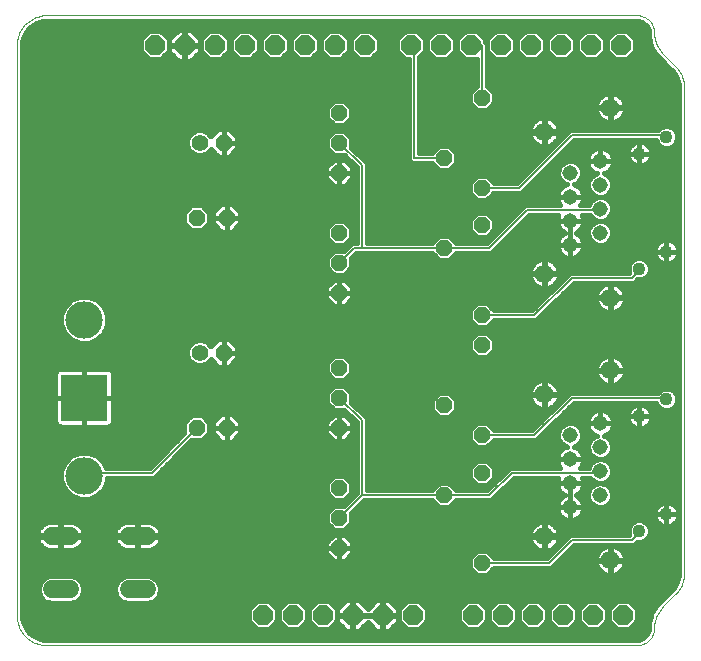
<source format=gbl>
G75*
G70*
%OFA0B0*%
%FSLAX24Y24*%
%IPPOS*%
%LPD*%
%AMOC8*
5,1,8,0,0,1.08239X$1,22.5*
%
%ADD10OC8,0.0520*%
%ADD11R,0.1560X0.1560*%
%ADD12C,0.1250*%
%ADD13OC8,0.0660*%
%ADD14C,0.0000*%
%ADD15OC8,0.0560*%
%ADD16C,0.0515*%
%ADD17C,0.0436*%
%ADD18C,0.0620*%
%ADD19C,0.0560*%
%ADD20C,0.0600*%
%ADD21C,0.0060*%
%ADD22C,0.0160*%
D10*
X011687Y004187D03*
X011687Y005187D03*
X011687Y006187D03*
X011687Y008187D03*
X011687Y009187D03*
X011687Y010187D03*
X011687Y012687D03*
X011687Y013687D03*
X011687Y014687D03*
X011687Y016687D03*
X011687Y017687D03*
X011687Y018687D03*
X015187Y017187D03*
X016437Y016187D03*
X016437Y014937D03*
X015187Y014187D03*
X016437Y011937D03*
X016437Y010937D03*
X015187Y008937D03*
X016437Y007937D03*
X016437Y006687D03*
X015187Y005937D03*
X016437Y003687D03*
X016437Y019187D03*
D11*
X003187Y009187D03*
D12*
X003187Y006587D03*
X003187Y011787D03*
D13*
X005537Y020937D03*
X006537Y020937D03*
X007537Y020937D03*
X008537Y020937D03*
X009537Y020937D03*
X010537Y020937D03*
X011537Y020937D03*
X012537Y020937D03*
X014087Y020937D03*
X015087Y020937D03*
X016087Y020937D03*
X017087Y020937D03*
X018087Y020937D03*
X019087Y020937D03*
X020087Y020937D03*
X021087Y020937D03*
X021137Y001937D03*
X020137Y001937D03*
X019137Y001937D03*
X018137Y001937D03*
X017137Y001937D03*
X016137Y001937D03*
X014137Y001937D03*
X013137Y001937D03*
X012137Y001937D03*
X011137Y001937D03*
X010137Y001937D03*
X009137Y001937D03*
D14*
X001937Y000937D02*
X001877Y000939D01*
X001816Y000944D01*
X001757Y000953D01*
X001698Y000966D01*
X001639Y000982D01*
X001582Y001002D01*
X001527Y001025D01*
X001472Y001052D01*
X001420Y001081D01*
X001369Y001114D01*
X001320Y001150D01*
X001274Y001188D01*
X001230Y001230D01*
X001188Y001274D01*
X001150Y001320D01*
X001114Y001369D01*
X001081Y001420D01*
X001052Y001472D01*
X001025Y001527D01*
X001002Y001582D01*
X000982Y001639D01*
X000966Y001698D01*
X000953Y001757D01*
X000944Y001816D01*
X000939Y001877D01*
X000937Y001937D01*
X000937Y020937D01*
X000939Y020997D01*
X000944Y021058D01*
X000953Y021117D01*
X000966Y021176D01*
X000982Y021235D01*
X001002Y021292D01*
X001025Y021347D01*
X001052Y021402D01*
X001081Y021454D01*
X001114Y021505D01*
X001150Y021554D01*
X001188Y021600D01*
X001230Y021644D01*
X001274Y021686D01*
X001320Y021724D01*
X001369Y021760D01*
X001420Y021793D01*
X001472Y021822D01*
X001527Y021849D01*
X001582Y021872D01*
X001639Y021892D01*
X001698Y021908D01*
X001757Y021921D01*
X001816Y021930D01*
X001877Y021935D01*
X001937Y021937D01*
X021602Y021937D01*
X021602Y021938D02*
X021648Y021936D01*
X021694Y021931D01*
X021739Y021922D01*
X021783Y021909D01*
X021826Y021893D01*
X021868Y021874D01*
X021908Y021852D01*
X021946Y021826D01*
X021983Y021798D01*
X022016Y021766D01*
X022048Y021733D01*
X022076Y021696D01*
X022102Y021658D01*
X022124Y021618D01*
X022143Y021576D01*
X022159Y021533D01*
X022172Y021489D01*
X022181Y021444D01*
X022186Y021398D01*
X022188Y021352D01*
X022480Y020644D02*
X022894Y020230D01*
X023187Y019523D02*
X023187Y003687D01*
X023187Y003352D01*
X023187Y003437D02*
X023187Y003687D01*
X023187Y003352D02*
X023185Y003292D01*
X023180Y003231D01*
X023171Y003172D01*
X023158Y003113D01*
X023142Y003055D01*
X023122Y002997D01*
X023099Y002942D01*
X023072Y002887D01*
X023043Y002835D01*
X023010Y002784D01*
X022974Y002735D01*
X022936Y002689D01*
X022894Y002645D01*
X022894Y002644D02*
X022480Y002230D01*
X022438Y002186D01*
X022400Y002140D01*
X022364Y002091D01*
X022331Y002040D01*
X022302Y001988D01*
X022275Y001933D01*
X022252Y001878D01*
X022232Y001820D01*
X022216Y001762D01*
X022203Y001703D01*
X022194Y001644D01*
X022189Y001583D01*
X022187Y001523D01*
X022188Y001523D02*
X022186Y001477D01*
X022181Y001431D01*
X022172Y001386D01*
X022159Y001342D01*
X022143Y001299D01*
X022124Y001257D01*
X022102Y001217D01*
X022076Y001179D01*
X022048Y001142D01*
X022016Y001109D01*
X021983Y001077D01*
X021946Y001049D01*
X021908Y001023D01*
X021868Y001001D01*
X021826Y000982D01*
X021783Y000966D01*
X021739Y000953D01*
X021694Y000944D01*
X021648Y000939D01*
X021602Y000937D01*
X001937Y000937D01*
X023187Y019523D02*
X023185Y019583D01*
X023180Y019644D01*
X023171Y019703D01*
X023158Y019762D01*
X023142Y019820D01*
X023122Y019878D01*
X023099Y019933D01*
X023072Y019988D01*
X023043Y020040D01*
X023010Y020091D01*
X022974Y020140D01*
X022936Y020186D01*
X022894Y020230D01*
X022480Y020645D02*
X022438Y020689D01*
X022400Y020735D01*
X022364Y020784D01*
X022331Y020835D01*
X022302Y020887D01*
X022275Y020942D01*
X022252Y020997D01*
X022232Y021055D01*
X022216Y021113D01*
X022203Y021172D01*
X022194Y021231D01*
X022189Y021292D01*
X022187Y021352D01*
D15*
X007837Y017687D03*
X007937Y015187D03*
X006937Y015187D03*
X007837Y010687D03*
X007937Y008187D03*
X006937Y008187D03*
D16*
X019392Y007937D03*
X019392Y007137D03*
X019392Y006337D03*
X019392Y005537D03*
X020392Y005937D03*
X020392Y006737D03*
X020392Y007537D03*
X020392Y008337D03*
X019392Y014287D03*
X019392Y015087D03*
X019392Y015887D03*
X019392Y016687D03*
X020392Y016287D03*
X020392Y015487D03*
X020392Y014687D03*
X020392Y017087D03*
D17*
X021691Y017317D03*
X022597Y017884D03*
X022597Y014057D03*
X021691Y013490D03*
X022597Y009134D03*
X021691Y008567D03*
X022597Y005307D03*
X021691Y004740D03*
D18*
X020727Y003770D03*
X018522Y004575D03*
X018522Y009300D03*
X020727Y010105D03*
X020727Y012520D03*
X018522Y013325D03*
X018522Y018050D03*
X020727Y018855D03*
D19*
X007037Y017687D03*
X007037Y010687D03*
D20*
X005267Y004577D02*
X004667Y004577D01*
X004667Y002797D02*
X005267Y002797D01*
X002707Y002797D02*
X002107Y002797D01*
X002107Y004577D02*
X002707Y004577D01*
D21*
X003187Y006587D02*
X003187Y006687D01*
X005437Y006687D01*
X006937Y008187D01*
X011687Y009187D02*
X012437Y008437D01*
X012437Y005937D01*
X015187Y005937D01*
X016687Y005937D01*
X017437Y006687D01*
X020187Y006687D01*
X020392Y006737D01*
X021691Y004740D02*
X021687Y004687D01*
X021437Y004437D01*
X019437Y004437D01*
X018687Y003687D01*
X016437Y003687D01*
X012437Y005937D02*
X011687Y005187D01*
X016437Y007937D02*
X018187Y007937D01*
X019437Y009187D01*
X022437Y009187D01*
X022597Y009134D01*
X021437Y013187D02*
X019437Y013187D01*
X018187Y011937D01*
X016437Y011937D01*
X016687Y014187D02*
X015187Y014187D01*
X012437Y014187D01*
X012437Y016937D01*
X011687Y017687D01*
X014187Y017187D02*
X015187Y017187D01*
X014187Y017187D02*
X014187Y020937D01*
X014087Y020937D01*
X016087Y020937D02*
X016437Y020937D01*
X016437Y019187D01*
X017687Y016187D02*
X019437Y017937D01*
X022437Y017937D01*
X022597Y017884D01*
X020392Y015487D02*
X020187Y015437D01*
X017937Y015437D01*
X016687Y014187D01*
X016437Y016187D02*
X017687Y016187D01*
X021437Y013187D02*
X021687Y013437D01*
X021691Y013490D01*
X012437Y014187D02*
X012187Y014187D01*
X011687Y013687D01*
D22*
X001207Y001565D02*
X001357Y001357D01*
X001565Y001207D01*
X001565Y001207D01*
X001809Y001127D01*
X001937Y001117D01*
X021527Y001117D01*
X021601Y001117D01*
X021681Y001125D01*
X021827Y001186D01*
X021939Y001298D01*
X022000Y001444D01*
X022007Y001523D01*
X022007Y001523D01*
X022007Y001528D01*
X022007Y001598D01*
X022007Y001598D01*
X022007Y001678D01*
X022007Y001678D01*
X022088Y001979D01*
X022088Y001979D01*
X022243Y002248D01*
X022243Y002248D01*
X022300Y002305D01*
X022300Y002305D01*
X022714Y002719D01*
X022729Y002734D01*
X022767Y002772D01*
X022838Y002852D01*
X022945Y003038D01*
X023000Y003244D01*
X023007Y003351D01*
X023007Y003762D01*
X023007Y019523D01*
X023000Y019630D01*
X022945Y019837D01*
X022838Y020022D01*
X022767Y020103D01*
X022714Y020156D01*
X022714Y020156D01*
X022300Y020570D01*
X022300Y020570D01*
X022243Y020627D01*
X022088Y020896D01*
X022088Y020896D01*
X022007Y021196D01*
X022007Y021196D01*
X022007Y021277D01*
X022007Y021277D01*
X022007Y021345D01*
X022007Y021351D01*
X022007Y021352D01*
X022000Y021431D01*
X021939Y021577D01*
X021827Y021689D01*
X021681Y021750D01*
X021602Y021757D01*
X021527Y021757D01*
X001937Y021757D01*
X001809Y021747D01*
X001565Y021668D01*
X001357Y021517D01*
X001207Y021310D01*
X001127Y021066D01*
X001117Y020937D01*
X001117Y002012D01*
X001117Y002000D01*
X001117Y001937D01*
X001127Y001809D01*
X001207Y001565D01*
X001205Y001571D02*
X008838Y001571D01*
X008943Y001467D02*
X009332Y001467D01*
X009607Y001743D01*
X009607Y002132D01*
X009332Y002407D01*
X008943Y002407D01*
X008667Y002132D01*
X008667Y001743D01*
X008943Y001467D01*
X008680Y001730D02*
X001153Y001730D01*
X001121Y001889D02*
X008667Y001889D01*
X008667Y002047D02*
X001117Y002047D01*
X001117Y002206D02*
X008741Y002206D01*
X008900Y002364D02*
X005371Y002364D01*
X005355Y002357D02*
X005517Y002424D01*
X005640Y002548D01*
X005707Y002710D01*
X005707Y002885D01*
X005640Y003047D01*
X005517Y003170D01*
X005355Y003237D01*
X004580Y003237D01*
X004418Y003170D01*
X004294Y003047D01*
X004227Y002885D01*
X004227Y002710D01*
X004294Y002548D01*
X004418Y002424D01*
X004580Y002357D01*
X005355Y002357D01*
X005615Y002523D02*
X022518Y002523D01*
X022360Y002364D02*
X021375Y002364D01*
X021332Y002407D02*
X020943Y002407D01*
X020667Y002132D01*
X020667Y001743D01*
X020943Y001467D01*
X021332Y001467D01*
X021607Y001743D01*
X021607Y002132D01*
X021332Y002407D01*
X021534Y002206D02*
X022219Y002206D01*
X022127Y002047D02*
X021607Y002047D01*
X021607Y001889D02*
X022064Y001889D01*
X022021Y001730D02*
X021595Y001730D01*
X021436Y001571D02*
X022007Y001571D01*
X021987Y001413D02*
X001317Y001413D01*
X001499Y001254D02*
X021896Y001254D01*
X020838Y001571D02*
X020436Y001571D01*
X020332Y001467D02*
X020607Y001743D01*
X020607Y002132D01*
X020332Y002407D01*
X019943Y002407D01*
X019667Y002132D01*
X019667Y001743D01*
X019943Y001467D01*
X020332Y001467D01*
X020595Y001730D02*
X020680Y001730D01*
X020667Y001889D02*
X020607Y001889D01*
X020607Y002047D02*
X020667Y002047D01*
X020741Y002206D02*
X020534Y002206D01*
X020375Y002364D02*
X020900Y002364D01*
X020765Y003280D02*
X020841Y003292D01*
X020915Y003316D01*
X020984Y003351D01*
X021046Y003396D01*
X021100Y003451D01*
X021146Y003513D01*
X021181Y003582D01*
X021205Y003655D01*
X021217Y003731D01*
X021217Y003747D01*
X020750Y003747D01*
X020750Y003793D01*
X021217Y003793D01*
X021217Y003809D01*
X021205Y003885D01*
X021181Y003958D01*
X021146Y004027D01*
X021100Y004089D01*
X021046Y004144D01*
X020984Y004189D01*
X020915Y004224D01*
X020841Y004248D01*
X020765Y004260D01*
X020750Y004260D01*
X020750Y003794D01*
X020703Y003794D01*
X020703Y004260D01*
X020688Y004260D01*
X020612Y004248D01*
X020539Y004224D01*
X020470Y004189D01*
X020407Y004144D01*
X020353Y004089D01*
X020308Y004027D01*
X020273Y003958D01*
X020249Y003885D01*
X020237Y003809D01*
X020237Y003793D01*
X020703Y003793D01*
X020703Y003747D01*
X020237Y003747D01*
X020237Y003731D01*
X020249Y003655D01*
X020273Y003582D01*
X020308Y003513D01*
X020353Y003451D01*
X020407Y003396D01*
X020470Y003351D01*
X020539Y003316D01*
X020612Y003292D01*
X020688Y003280D01*
X020703Y003280D01*
X020703Y003746D01*
X020750Y003746D01*
X020750Y003280D01*
X020765Y003280D01*
X020750Y003315D02*
X020703Y003315D01*
X020703Y003474D02*
X020750Y003474D01*
X020750Y003633D02*
X020703Y003633D01*
X020703Y003791D02*
X019031Y003791D01*
X018873Y003633D02*
X020256Y003633D01*
X020336Y003474D02*
X016790Y003474D01*
X016833Y003517D02*
X016603Y003287D01*
X016272Y003287D01*
X016037Y003522D01*
X016037Y003853D01*
X016272Y004087D01*
X016603Y004087D01*
X016833Y003857D01*
X018617Y003857D01*
X019367Y004607D01*
X019508Y004607D01*
X021359Y004607D01*
X021333Y004669D01*
X021333Y004812D01*
X021388Y004943D01*
X021488Y005044D01*
X021620Y005099D01*
X021762Y005099D01*
X021894Y005044D01*
X021995Y004943D01*
X022049Y004812D01*
X022049Y004669D01*
X021995Y004538D01*
X021894Y004437D01*
X021762Y004382D01*
X021623Y004382D01*
X021607Y004367D01*
X021508Y004267D01*
X019508Y004267D01*
X018857Y003617D01*
X018758Y003517D01*
X016833Y003517D01*
X016631Y003315D02*
X020540Y003315D01*
X020914Y003315D02*
X023005Y003315D01*
X023007Y003474D02*
X021117Y003474D01*
X021197Y003633D02*
X023007Y003633D01*
X023007Y003791D02*
X020750Y003791D01*
X020750Y003950D02*
X020703Y003950D01*
X020703Y004108D02*
X020750Y004108D01*
X021081Y004108D02*
X023007Y004108D01*
X023007Y003950D02*
X021184Y003950D01*
X021333Y004742D02*
X018983Y004742D01*
X018976Y004763D02*
X019000Y004690D01*
X019012Y004614D01*
X019012Y004598D01*
X018546Y004598D01*
X018546Y004552D01*
X019012Y004552D01*
X019012Y004536D01*
X019000Y004460D01*
X018976Y004387D01*
X018941Y004318D01*
X018896Y004256D01*
X018841Y004201D01*
X018779Y004156D01*
X018710Y004121D01*
X018637Y004097D01*
X018561Y004085D01*
X018545Y004085D01*
X018545Y004551D01*
X018499Y004551D01*
X018499Y004085D01*
X018483Y004085D01*
X018407Y004097D01*
X018334Y004121D01*
X018265Y004156D01*
X018203Y004201D01*
X018148Y004256D01*
X018103Y004318D01*
X018068Y004387D01*
X018044Y004460D01*
X018032Y004536D01*
X018032Y004552D01*
X018498Y004552D01*
X018498Y004598D01*
X018032Y004598D01*
X018032Y004614D01*
X018044Y004690D01*
X018068Y004763D01*
X018103Y004832D01*
X018148Y004894D01*
X018203Y004949D01*
X018265Y004994D01*
X018334Y005029D01*
X018407Y005053D01*
X018483Y005065D01*
X018499Y005065D01*
X018499Y004599D01*
X018545Y004599D01*
X018545Y005065D01*
X018561Y005065D01*
X018637Y005053D01*
X018710Y005029D01*
X018779Y004994D01*
X018841Y004949D01*
X018896Y004894D01*
X018941Y004832D01*
X018976Y004763D01*
X018889Y004901D02*
X021370Y004901D01*
X021526Y005059D02*
X018596Y005059D01*
X018545Y005059D02*
X018499Y005059D01*
X018448Y005059D02*
X012087Y005059D01*
X012087Y005022D02*
X012087Y005347D01*
X012508Y005767D01*
X014792Y005767D01*
X015022Y005537D01*
X015353Y005537D01*
X015583Y005767D01*
X016758Y005767D01*
X016857Y005867D01*
X017508Y006517D01*
X018993Y006517D01*
X018987Y006505D01*
X018965Y006440D01*
X018955Y006372D01*
X018955Y006337D01*
X018955Y006303D01*
X018965Y006235D01*
X018987Y006169D01*
X017160Y006169D01*
X017318Y006328D02*
X018955Y006328D01*
X018955Y006337D02*
X019392Y006337D01*
X019392Y005900D01*
X019392Y006337D01*
X019392Y006337D01*
X019392Y006337D01*
X019392Y006337D01*
X019829Y006337D01*
X019829Y006303D01*
X019819Y006235D01*
X019797Y006169D01*
X020062Y006169D01*
X020055Y006162D02*
X019995Y006016D01*
X019995Y005858D01*
X020055Y005712D01*
X020167Y005600D01*
X020313Y005540D01*
X020471Y005540D01*
X020617Y005600D01*
X020729Y005712D01*
X020789Y005858D01*
X020789Y006016D01*
X020729Y006162D01*
X020617Y006274D01*
X020471Y006335D01*
X020313Y006335D01*
X020167Y006274D01*
X020055Y006162D01*
X019995Y006011D02*
X019684Y006011D01*
X019677Y006004D02*
X019726Y006052D01*
X019766Y006108D01*
X019797Y006169D01*
X019829Y006328D02*
X020296Y006328D01*
X020313Y006340D02*
X020167Y006400D01*
X020055Y006512D01*
X020053Y006517D01*
X019791Y006517D01*
X019797Y006505D01*
X019819Y006440D01*
X019829Y006372D01*
X019829Y006337D01*
X019392Y006337D01*
X018955Y006337D01*
X018981Y006486D02*
X017477Y006486D01*
X017154Y006645D02*
X016837Y006645D01*
X016837Y006522D02*
X016603Y006287D01*
X016272Y006287D01*
X016037Y006522D01*
X016037Y006853D01*
X016272Y007087D01*
X016603Y007087D01*
X016837Y006853D01*
X016837Y006522D01*
X016802Y006486D02*
X016996Y006486D01*
X016837Y006328D02*
X016643Y006328D01*
X016679Y006169D02*
X015521Y006169D01*
X015583Y006107D02*
X015353Y006337D01*
X015022Y006337D01*
X014792Y006107D01*
X012607Y006107D01*
X012607Y008508D01*
X012508Y008607D01*
X012087Y009028D01*
X012087Y009353D01*
X011853Y009587D01*
X011522Y009587D01*
X011287Y009353D01*
X011287Y009022D01*
X011522Y008787D01*
X011847Y008787D01*
X012267Y008367D01*
X012267Y006008D01*
X011847Y005587D01*
X011522Y005587D01*
X011287Y005353D01*
X011287Y005022D01*
X011522Y004787D01*
X011853Y004787D01*
X012087Y005022D01*
X011967Y004901D02*
X018155Y004901D01*
X018061Y004742D02*
X005718Y004742D01*
X005712Y004762D02*
X005735Y004690D01*
X005747Y004615D01*
X005747Y004597D01*
X004988Y004597D01*
X004988Y004557D01*
X005747Y004557D01*
X005747Y004540D01*
X005735Y004465D01*
X005712Y004393D01*
X005678Y004326D01*
X005633Y004265D01*
X005580Y004211D01*
X005519Y004167D01*
X005452Y004132D01*
X005380Y004109D01*
X005305Y004097D01*
X004987Y004097D01*
X004987Y004557D01*
X004947Y004557D01*
X004947Y004097D01*
X004630Y004097D01*
X004555Y004109D01*
X004483Y004132D01*
X004416Y004167D01*
X004355Y004211D01*
X004301Y004265D01*
X004257Y004326D01*
X004222Y004393D01*
X004199Y004465D01*
X004187Y004540D01*
X004187Y004557D01*
X004947Y004557D01*
X004947Y004597D01*
X004187Y004597D01*
X004187Y004615D01*
X004199Y004690D01*
X004222Y004762D01*
X004257Y004829D01*
X004301Y004890D01*
X004355Y004943D01*
X004416Y004988D01*
X004483Y005022D01*
X004555Y005045D01*
X004630Y005057D01*
X004947Y005057D01*
X004947Y004598D01*
X004987Y004598D01*
X004987Y005057D01*
X005305Y005057D01*
X005380Y005045D01*
X005452Y005022D01*
X005519Y004988D01*
X005580Y004943D01*
X005633Y004890D01*
X005678Y004829D01*
X005712Y004762D01*
X005623Y004901D02*
X011408Y004901D01*
X011287Y005059D02*
X001117Y005059D01*
X001117Y004901D02*
X001752Y004901D01*
X001741Y004890D02*
X001697Y004829D01*
X001662Y004762D01*
X001639Y004690D01*
X001627Y004615D01*
X001627Y004597D01*
X002387Y004597D01*
X002387Y004557D01*
X002427Y004557D01*
X002427Y004097D01*
X002745Y004097D01*
X002820Y004109D01*
X002892Y004132D01*
X002959Y004167D01*
X003020Y004211D01*
X003073Y004265D01*
X003118Y004326D01*
X003152Y004393D01*
X003175Y004465D01*
X003187Y004540D01*
X003187Y004557D01*
X002428Y004557D01*
X002428Y004597D01*
X003187Y004597D01*
X003187Y004615D01*
X003175Y004690D01*
X003152Y004762D01*
X003118Y004829D01*
X003073Y004890D01*
X003020Y004943D01*
X002959Y004988D01*
X002892Y005022D01*
X002820Y005045D01*
X002745Y005057D01*
X002427Y005057D01*
X002427Y004598D01*
X002387Y004598D01*
X002387Y005057D01*
X002070Y005057D01*
X001995Y005045D01*
X001923Y005022D01*
X001856Y004988D01*
X001795Y004943D01*
X001741Y004890D01*
X001656Y004742D02*
X001117Y004742D01*
X001117Y004584D02*
X002387Y004584D01*
X002387Y004557D02*
X001627Y004557D01*
X001627Y004540D01*
X001639Y004465D01*
X001662Y004393D01*
X001697Y004326D01*
X001741Y004265D01*
X001795Y004211D01*
X001856Y004167D01*
X001923Y004132D01*
X001995Y004109D01*
X002070Y004097D01*
X002387Y004097D01*
X002387Y004557D01*
X002428Y004584D02*
X004947Y004584D01*
X004988Y004584D02*
X011462Y004584D01*
X011505Y004627D02*
X011247Y004370D01*
X011247Y004187D01*
X011247Y004005D01*
X011505Y003747D01*
X011687Y003747D01*
X011687Y004187D01*
X011247Y004187D01*
X011687Y004187D01*
X011687Y004187D01*
X011687Y004187D01*
X011687Y003747D01*
X011870Y003747D01*
X012127Y004005D01*
X012127Y004187D01*
X011688Y004187D01*
X011688Y004187D01*
X012127Y004187D01*
X012127Y004370D01*
X011870Y004627D01*
X011687Y004627D01*
X011505Y004627D01*
X011687Y004627D02*
X011687Y004188D01*
X011687Y004188D01*
X011687Y004627D01*
X011687Y004584D02*
X011687Y004584D01*
X011687Y004425D02*
X011687Y004425D01*
X011687Y004267D02*
X011687Y004267D01*
X011687Y004108D02*
X011687Y004108D01*
X011687Y003950D02*
X011687Y003950D01*
X011687Y003791D02*
X011687Y003791D01*
X011461Y003791D02*
X001117Y003791D01*
X001117Y003633D02*
X016037Y003633D01*
X016037Y003791D02*
X011913Y003791D01*
X012072Y003950D02*
X016134Y003950D01*
X016085Y003474D02*
X001117Y003474D01*
X001117Y003315D02*
X016244Y003315D01*
X016741Y003950D02*
X018709Y003950D01*
X018671Y004108D02*
X018868Y004108D01*
X018904Y004267D02*
X019026Y004267D01*
X018989Y004425D02*
X019185Y004425D01*
X019343Y004584D02*
X018546Y004584D01*
X018498Y004584D02*
X011913Y004584D01*
X012072Y004425D02*
X018055Y004425D01*
X018140Y004267D02*
X012127Y004267D01*
X012127Y004108D02*
X018373Y004108D01*
X018499Y004108D02*
X018545Y004108D01*
X018545Y004267D02*
X018499Y004267D01*
X018499Y004425D02*
X018545Y004425D01*
X018545Y004742D02*
X018499Y004742D01*
X018499Y004901D02*
X018545Y004901D01*
X019058Y005252D02*
X019107Y005204D01*
X019163Y005163D01*
X019224Y005132D01*
X019290Y005111D01*
X019358Y005100D01*
X019392Y005100D01*
X019426Y005100D01*
X019494Y005111D01*
X019560Y005132D01*
X019621Y005163D01*
X019677Y005204D01*
X019726Y005252D01*
X019766Y005308D01*
X019797Y005369D01*
X019819Y005435D01*
X019829Y005503D01*
X019829Y005537D01*
X019392Y005537D01*
X019392Y005100D01*
X019392Y005537D01*
X019392Y005537D01*
X018955Y005537D01*
X018955Y005503D01*
X018965Y005435D01*
X018987Y005369D01*
X019018Y005308D01*
X019058Y005252D01*
X019093Y005218D02*
X012087Y005218D01*
X012117Y005377D02*
X018984Y005377D01*
X018955Y005535D02*
X012275Y005535D01*
X012434Y005694D02*
X014865Y005694D01*
X014854Y006169D02*
X012607Y006169D01*
X012607Y006328D02*
X015012Y006328D01*
X015362Y006328D02*
X016231Y006328D01*
X016073Y006486D02*
X012607Y006486D01*
X012607Y006645D02*
X016037Y006645D01*
X016037Y006803D02*
X012607Y006803D01*
X012607Y006962D02*
X016146Y006962D01*
X016728Y006962D02*
X018990Y006962D01*
X018987Y006969D02*
X019018Y006908D01*
X019055Y006857D01*
X017508Y006857D01*
X017367Y006857D01*
X016617Y006107D01*
X015583Y006107D01*
X015509Y005694D02*
X018983Y005694D01*
X018987Y005705D02*
X018965Y005640D01*
X018955Y005572D01*
X018955Y005537D01*
X019392Y005537D01*
X019392Y005537D01*
X019392Y005537D01*
X019829Y005537D01*
X019829Y005572D01*
X019819Y005640D01*
X019797Y005705D01*
X019766Y005767D01*
X019726Y005822D01*
X019677Y005871D01*
X019621Y005911D01*
X019571Y005937D01*
X019621Y005963D01*
X019677Y006004D01*
X019696Y005852D02*
X019997Y005852D01*
X020074Y005694D02*
X019801Y005694D01*
X019829Y005535D02*
X022270Y005535D01*
X022288Y005561D02*
X022244Y005496D01*
X022214Y005424D01*
X022199Y005347D01*
X022199Y005308D01*
X022596Y005308D01*
X022596Y005307D01*
X022199Y005307D01*
X022199Y005268D01*
X022214Y005191D01*
X022244Y005119D01*
X022288Y005054D01*
X022343Y004998D01*
X022408Y004955D01*
X022481Y004925D01*
X022558Y004909D01*
X022597Y004909D01*
X022636Y004909D01*
X022713Y004925D01*
X022785Y004955D01*
X022851Y004998D01*
X022906Y005054D01*
X022950Y005119D01*
X022980Y005191D01*
X022995Y005268D01*
X022995Y005307D01*
X022597Y005307D01*
X022597Y004909D01*
X022597Y005307D01*
X022597Y005307D01*
X022597Y005308D01*
X022597Y005308D01*
X022597Y005705D01*
X022636Y005705D01*
X022713Y005690D01*
X022785Y005660D01*
X022851Y005617D01*
X022906Y005561D01*
X022950Y005496D01*
X022980Y005424D01*
X022995Y005347D01*
X022995Y005308D01*
X022597Y005308D01*
X022597Y005705D01*
X022558Y005705D01*
X022481Y005690D01*
X022408Y005660D01*
X022343Y005617D01*
X022288Y005561D01*
X022205Y005377D02*
X019800Y005377D01*
X019691Y005218D02*
X022209Y005218D01*
X022284Y005059D02*
X021857Y005059D01*
X022012Y004901D02*
X023007Y004901D01*
X023007Y005059D02*
X022910Y005059D01*
X022985Y005218D02*
X023007Y005218D01*
X023007Y005377D02*
X022989Y005377D01*
X023007Y005535D02*
X022923Y005535D01*
X023007Y005694D02*
X022696Y005694D01*
X022597Y005694D02*
X022597Y005694D01*
X022498Y005694D02*
X020710Y005694D01*
X020787Y005852D02*
X023007Y005852D01*
X023007Y006011D02*
X020789Y006011D01*
X020722Y006169D02*
X023007Y006169D01*
X023007Y006328D02*
X020488Y006328D01*
X020471Y006340D02*
X020313Y006340D01*
X020471Y006340D02*
X020617Y006400D01*
X020729Y006512D01*
X020789Y006658D01*
X020789Y006816D01*
X020729Y006962D01*
X023007Y006962D01*
X023007Y007121D02*
X020506Y007121D01*
X020471Y007135D02*
X020313Y007135D01*
X020167Y007074D01*
X020055Y006962D01*
X019794Y006962D01*
X019797Y006969D02*
X019819Y007035D01*
X019829Y007103D01*
X019829Y007137D01*
X019392Y007137D01*
X018955Y007137D01*
X018955Y007103D01*
X018965Y007035D01*
X018987Y006969D01*
X018955Y007121D02*
X012607Y007121D01*
X012607Y007279D02*
X018978Y007279D01*
X018987Y007305D02*
X018965Y007240D01*
X018955Y007172D01*
X018955Y007137D01*
X019392Y007137D01*
X019392Y007137D01*
X019392Y007137D01*
X019829Y007137D01*
X019829Y007172D01*
X019819Y007240D01*
X019797Y007305D01*
X019766Y007367D01*
X019726Y007422D01*
X019677Y007471D01*
X019621Y007511D01*
X019560Y007543D01*
X019514Y007558D01*
X019617Y007600D01*
X019729Y007712D01*
X019789Y007858D01*
X019789Y008016D01*
X019729Y008162D01*
X019617Y008274D01*
X019471Y008335D01*
X019313Y008335D01*
X019167Y008274D01*
X019055Y008162D01*
X018995Y008016D01*
X018995Y007858D01*
X019055Y007712D01*
X019167Y007600D01*
X019270Y007558D01*
X019224Y007543D01*
X019163Y007511D01*
X019107Y007471D01*
X019058Y007422D01*
X019018Y007367D01*
X018987Y007305D01*
X019074Y007438D02*
X012607Y007438D01*
X012607Y007596D02*
X016213Y007596D01*
X016272Y007537D02*
X016603Y007537D01*
X016833Y007767D01*
X018258Y007767D01*
X018357Y007867D01*
X019508Y009017D01*
X022258Y009017D01*
X022293Y008931D01*
X022394Y008831D01*
X022526Y008776D01*
X022668Y008776D01*
X022800Y008831D01*
X022900Y008931D01*
X022955Y009063D01*
X022955Y009205D01*
X022900Y009337D01*
X022800Y009438D01*
X022668Y009492D01*
X022526Y009492D01*
X022394Y009438D01*
X022313Y009357D01*
X019508Y009357D01*
X019367Y009357D01*
X018117Y008107D01*
X016833Y008107D01*
X016603Y008337D01*
X016272Y008337D01*
X016037Y008103D01*
X016037Y007772D01*
X016272Y007537D01*
X016054Y007755D02*
X012607Y007755D01*
X012607Y007913D02*
X016037Y007913D01*
X016037Y008072D02*
X012607Y008072D01*
X012607Y008230D02*
X016165Y008230D01*
X016710Y008230D02*
X018240Y008230D01*
X018398Y008389D02*
X012607Y008389D01*
X012568Y008547D02*
X015012Y008547D01*
X015022Y008537D02*
X015353Y008537D01*
X015587Y008772D01*
X015587Y009103D01*
X015353Y009337D01*
X015022Y009337D01*
X014787Y009103D01*
X014787Y008772D01*
X015022Y008537D01*
X014853Y008706D02*
X012409Y008706D01*
X012251Y008864D02*
X014787Y008864D01*
X014787Y009023D02*
X012092Y009023D01*
X012087Y009182D02*
X014866Y009182D01*
X015509Y009182D02*
X018045Y009182D01*
X018044Y009185D02*
X018068Y009111D01*
X018103Y009043D01*
X018148Y008980D01*
X018203Y008926D01*
X018265Y008880D01*
X018334Y008845D01*
X018407Y008822D01*
X018483Y008809D01*
X018499Y008809D01*
X018499Y009276D01*
X018545Y009276D01*
X018545Y008809D01*
X018561Y008809D01*
X018637Y008822D01*
X018710Y008845D01*
X018779Y008880D01*
X018841Y008926D01*
X018896Y008980D01*
X018941Y009043D01*
X018976Y009111D01*
X019000Y009185D01*
X019012Y009261D01*
X019012Y009276D01*
X018546Y009276D01*
X018546Y009323D01*
X019012Y009323D01*
X019012Y009338D01*
X019000Y009414D01*
X018976Y009488D01*
X018941Y009556D01*
X018896Y009619D01*
X018841Y009673D01*
X018779Y009719D01*
X018710Y009754D01*
X018637Y009777D01*
X018561Y009790D01*
X018545Y009790D01*
X018545Y009323D01*
X018499Y009323D01*
X018499Y009790D01*
X018483Y009790D01*
X018407Y009777D01*
X018334Y009754D01*
X018265Y009719D01*
X018203Y009673D01*
X018148Y009619D01*
X018103Y009556D01*
X018068Y009488D01*
X018044Y009414D01*
X018032Y009338D01*
X018032Y009323D01*
X018498Y009323D01*
X018498Y009276D01*
X018032Y009276D01*
X018032Y009261D01*
X018044Y009185D01*
X018032Y009340D02*
X012087Y009340D01*
X011942Y009499D02*
X018073Y009499D01*
X018187Y009657D02*
X004147Y009657D01*
X004147Y009499D02*
X011433Y009499D01*
X011287Y009340D02*
X004147Y009340D01*
X004147Y009187D02*
X004147Y009991D01*
X004135Y010037D01*
X004111Y010078D01*
X004078Y010111D01*
X004037Y010135D01*
X003991Y010147D01*
X003187Y010147D01*
X002384Y010147D01*
X002338Y010135D01*
X002297Y010111D01*
X002263Y010078D01*
X002240Y010037D01*
X002227Y009991D01*
X002227Y009187D01*
X002227Y008384D01*
X002240Y008338D01*
X002263Y008297D01*
X002297Y008263D01*
X002338Y008240D01*
X002384Y008227D01*
X003187Y008227D01*
X003187Y009187D01*
X003187Y009187D01*
X002227Y009187D01*
X003187Y009187D01*
X003187Y009187D01*
X003187Y008227D01*
X003991Y008227D01*
X004037Y008240D01*
X004078Y008263D01*
X004111Y008297D01*
X004135Y008338D01*
X004147Y008384D01*
X004147Y009187D01*
X003188Y009187D01*
X003188Y009187D01*
X004147Y009187D01*
X004147Y009182D02*
X011287Y009182D01*
X011287Y009023D02*
X004147Y009023D01*
X004147Y008864D02*
X011444Y008864D01*
X011505Y008627D02*
X011247Y008370D01*
X011247Y008187D01*
X011247Y008005D01*
X011505Y007747D01*
X011687Y007747D01*
X011687Y008187D01*
X011247Y008187D01*
X011687Y008187D01*
X011687Y008187D01*
X011687Y008187D01*
X011687Y007747D01*
X011870Y007747D01*
X012127Y008005D01*
X012127Y008187D01*
X011688Y008187D01*
X011688Y008187D01*
X012127Y008187D01*
X012127Y008370D01*
X011870Y008627D01*
X011687Y008627D01*
X011505Y008627D01*
X011425Y008547D02*
X008228Y008547D01*
X008128Y008647D02*
X007937Y008647D01*
X007747Y008647D01*
X007477Y008378D01*
X007477Y008187D01*
X007477Y007997D01*
X007747Y007727D01*
X007937Y007727D01*
X007937Y008187D01*
X007937Y008187D01*
X007477Y008187D01*
X007937Y008187D01*
X007937Y008187D01*
X007937Y007727D01*
X008128Y007727D01*
X008397Y007997D01*
X008397Y008187D01*
X007938Y008187D01*
X007938Y008187D01*
X008397Y008187D01*
X008397Y008378D01*
X008128Y008647D01*
X007937Y008647D02*
X007937Y008188D01*
X007937Y008647D01*
X007937Y008547D02*
X007937Y008547D01*
X007937Y008389D02*
X007937Y008389D01*
X007937Y008230D02*
X007937Y008230D01*
X007937Y008188D02*
X007937Y008188D01*
X007937Y008072D02*
X007937Y008072D01*
X007937Y007913D02*
X007937Y007913D01*
X007937Y007755D02*
X007937Y007755D01*
X007719Y007755D02*
X006745Y007755D01*
X006761Y007770D02*
X006763Y007767D01*
X007111Y007767D01*
X007357Y008013D01*
X007357Y008361D01*
X007111Y008607D01*
X006763Y008607D01*
X006517Y008361D01*
X006517Y008013D01*
X006520Y008011D01*
X005367Y006857D01*
X003903Y006857D01*
X003836Y007021D01*
X003621Y007236D01*
X003339Y007352D01*
X003035Y007352D01*
X002754Y007236D01*
X002539Y007021D01*
X002422Y006739D01*
X002422Y006435D01*
X002539Y006154D01*
X002754Y005939D01*
X003035Y005822D01*
X003339Y005822D01*
X003621Y005939D01*
X003836Y006154D01*
X003952Y006435D01*
X003952Y006517D01*
X005508Y006517D01*
X005607Y006617D01*
X006761Y007770D01*
X006587Y007596D02*
X012267Y007596D01*
X012267Y007438D02*
X006428Y007438D01*
X006269Y007279D02*
X012267Y007279D01*
X012267Y007121D02*
X006111Y007121D01*
X005952Y006962D02*
X012267Y006962D01*
X012267Y006803D02*
X005794Y006803D01*
X005635Y006645D02*
X012267Y006645D01*
X012267Y006486D02*
X011954Y006486D01*
X011853Y006587D02*
X012087Y006353D01*
X012087Y006022D01*
X011853Y005787D01*
X011522Y005787D01*
X011287Y006022D01*
X011287Y006353D01*
X011522Y006587D01*
X011853Y006587D01*
X012087Y006328D02*
X012267Y006328D01*
X012267Y006169D02*
X012087Y006169D01*
X012076Y006011D02*
X012267Y006011D01*
X012112Y005852D02*
X011918Y005852D01*
X011953Y005694D02*
X001117Y005694D01*
X001117Y005852D02*
X002963Y005852D01*
X002682Y006011D02*
X001117Y006011D01*
X001117Y006169D02*
X002532Y006169D01*
X002467Y006328D02*
X001117Y006328D01*
X001117Y006486D02*
X002422Y006486D01*
X002422Y006645D02*
X001117Y006645D01*
X001117Y006803D02*
X002449Y006803D01*
X002514Y006962D02*
X001117Y006962D01*
X001117Y007121D02*
X002639Y007121D01*
X002858Y007279D02*
X001117Y007279D01*
X001117Y007438D02*
X005947Y007438D01*
X006106Y007596D02*
X001117Y007596D01*
X001117Y007755D02*
X006264Y007755D01*
X006423Y007913D02*
X001117Y007913D01*
X001117Y008072D02*
X006517Y008072D01*
X006517Y008230D02*
X004002Y008230D01*
X004147Y008389D02*
X006545Y008389D01*
X006703Y008547D02*
X004147Y008547D01*
X004147Y008706D02*
X011928Y008706D01*
X011949Y008547D02*
X012087Y008547D01*
X012108Y008389D02*
X012245Y008389D01*
X012267Y008230D02*
X012127Y008230D01*
X012127Y008072D02*
X012267Y008072D01*
X012267Y007913D02*
X012035Y007913D01*
X011877Y007755D02*
X012267Y007755D01*
X011687Y007755D02*
X011687Y007755D01*
X011687Y007913D02*
X011687Y007913D01*
X011687Y008072D02*
X011687Y008072D01*
X011687Y008188D02*
X011687Y008627D01*
X011687Y008188D01*
X011687Y008188D01*
X011687Y008230D02*
X011687Y008230D01*
X011687Y008389D02*
X011687Y008389D01*
X011687Y008547D02*
X011687Y008547D01*
X011267Y008389D02*
X008386Y008389D01*
X008397Y008230D02*
X011247Y008230D01*
X011247Y008072D02*
X008397Y008072D01*
X008314Y007913D02*
X011339Y007913D01*
X011498Y007755D02*
X008155Y007755D01*
X007561Y007913D02*
X007257Y007913D01*
X007357Y008072D02*
X007477Y008072D01*
X007477Y008230D02*
X007357Y008230D01*
X007330Y008389D02*
X007488Y008389D01*
X007647Y008547D02*
X007171Y008547D01*
X005789Y007279D02*
X003516Y007279D01*
X003736Y007121D02*
X005630Y007121D01*
X005472Y006962D02*
X003860Y006962D01*
X003952Y006486D02*
X011421Y006486D01*
X011287Y006328D02*
X003908Y006328D01*
X003842Y006169D02*
X011287Y006169D01*
X011298Y006011D02*
X003693Y006011D01*
X003411Y005852D02*
X011457Y005852D01*
X011469Y005535D02*
X001117Y005535D01*
X001117Y005377D02*
X011311Y005377D01*
X011287Y005218D02*
X001117Y005218D01*
X001117Y004425D02*
X001652Y004425D01*
X001740Y004267D02*
X001117Y004267D01*
X001117Y004108D02*
X002001Y004108D01*
X002387Y004108D02*
X002427Y004108D01*
X002427Y004267D02*
X002387Y004267D01*
X002387Y004425D02*
X002427Y004425D01*
X002427Y004742D02*
X002387Y004742D01*
X002387Y004901D02*
X002427Y004901D01*
X003063Y004901D02*
X004312Y004901D01*
X004216Y004742D02*
X003158Y004742D01*
X003163Y004425D02*
X004212Y004425D01*
X004300Y004267D02*
X003075Y004267D01*
X002814Y004108D02*
X004561Y004108D01*
X004947Y004108D02*
X004987Y004108D01*
X004987Y004267D02*
X004947Y004267D01*
X004947Y004425D02*
X004987Y004425D01*
X004987Y004742D02*
X004947Y004742D01*
X004947Y004901D02*
X004987Y004901D01*
X005723Y004425D02*
X011303Y004425D01*
X011247Y004267D02*
X005635Y004267D01*
X005374Y004108D02*
X011247Y004108D01*
X011303Y003950D02*
X001117Y003950D01*
X001858Y003170D02*
X001734Y003047D01*
X001667Y002885D01*
X001667Y002710D01*
X001734Y002548D01*
X001858Y002424D01*
X002020Y002357D01*
X002795Y002357D01*
X002957Y002424D01*
X003080Y002548D01*
X003147Y002710D01*
X003147Y002885D01*
X003080Y003047D01*
X002957Y003170D01*
X002795Y003237D01*
X002020Y003237D01*
X001858Y003170D01*
X001845Y003157D02*
X001117Y003157D01*
X001117Y002998D02*
X001714Y002998D01*
X001667Y002840D02*
X001117Y002840D01*
X001117Y002681D02*
X001679Y002681D01*
X001760Y002523D02*
X001117Y002523D01*
X001117Y002364D02*
X002003Y002364D01*
X002811Y002364D02*
X004563Y002364D01*
X004320Y002523D02*
X003055Y002523D01*
X003135Y002681D02*
X004239Y002681D01*
X004227Y002840D02*
X003147Y002840D01*
X003100Y002998D02*
X004274Y002998D01*
X004405Y003157D02*
X002970Y003157D01*
X005530Y003157D02*
X022977Y003157D01*
X022922Y002998D02*
X005660Y002998D01*
X005707Y002840D02*
X022827Y002840D01*
X022677Y002681D02*
X005695Y002681D01*
X009375Y002364D02*
X009900Y002364D01*
X009943Y002407D02*
X009667Y002132D01*
X009667Y001743D01*
X009943Y001467D01*
X010332Y001467D01*
X010607Y001743D01*
X010607Y002132D01*
X010332Y002407D01*
X009943Y002407D01*
X009741Y002206D02*
X009534Y002206D01*
X009607Y002047D02*
X009667Y002047D01*
X009667Y001889D02*
X009607Y001889D01*
X009595Y001730D02*
X009680Y001730D01*
X009838Y001571D02*
X009436Y001571D01*
X010436Y001571D02*
X010838Y001571D01*
X010943Y001467D02*
X011332Y001467D01*
X011607Y001743D01*
X011607Y002132D01*
X011332Y002407D01*
X010943Y002407D01*
X010667Y002132D01*
X010667Y001743D01*
X010943Y001467D01*
X010680Y001730D02*
X010595Y001730D01*
X010607Y001889D02*
X010667Y001889D01*
X010667Y002047D02*
X010607Y002047D01*
X010534Y002206D02*
X010741Y002206D01*
X010900Y002364D02*
X010375Y002364D01*
X011375Y002364D02*
X011843Y002364D01*
X011926Y002447D02*
X011627Y002149D01*
X011627Y001956D01*
X012119Y001956D01*
X012119Y002447D01*
X011926Y002447D01*
X012119Y002364D02*
X012156Y002364D01*
X012156Y002447D02*
X012156Y001956D01*
X012119Y001956D01*
X012119Y001919D01*
X012156Y001919D01*
X012156Y001956D01*
X012647Y001956D01*
X013119Y001956D01*
X013119Y002447D01*
X012926Y002447D01*
X012637Y002159D01*
X012349Y002447D01*
X012156Y002447D01*
X012156Y002206D02*
X012119Y002206D01*
X012119Y002047D02*
X012156Y002047D01*
X012156Y001919D02*
X012647Y001919D01*
X013119Y001919D01*
X013156Y001919D01*
X013156Y001956D01*
X013119Y001956D01*
X013119Y001919D01*
X013119Y001427D01*
X012926Y001427D01*
X012637Y001716D01*
X012349Y001427D01*
X012156Y001427D01*
X012156Y001919D01*
X012156Y001889D02*
X012119Y001889D01*
X012119Y001919D02*
X012119Y001427D01*
X011926Y001427D01*
X011627Y001726D01*
X011627Y001919D01*
X012119Y001919D01*
X012119Y001730D02*
X012156Y001730D01*
X012156Y001571D02*
X012119Y001571D01*
X011782Y001571D02*
X011436Y001571D01*
X011595Y001730D02*
X011627Y001730D01*
X011627Y001889D02*
X011607Y001889D01*
X011607Y002047D02*
X011627Y002047D01*
X011684Y002206D02*
X011534Y002206D01*
X012432Y002364D02*
X012843Y002364D01*
X012684Y002206D02*
X012590Y002206D01*
X013119Y002206D02*
X013156Y002206D01*
X013156Y002364D02*
X013119Y002364D01*
X013156Y002447D02*
X013156Y001956D01*
X013647Y001956D01*
X013647Y002149D01*
X013349Y002447D01*
X013156Y002447D01*
X013156Y002047D02*
X013119Y002047D01*
X013156Y001919D02*
X013647Y001919D01*
X013647Y001726D01*
X013349Y001427D01*
X013156Y001427D01*
X013156Y001919D01*
X013156Y001889D02*
X013119Y001889D01*
X013119Y001730D02*
X013156Y001730D01*
X013156Y001571D02*
X013119Y001571D01*
X012782Y001571D02*
X012493Y001571D01*
X013493Y001571D02*
X013838Y001571D01*
X013943Y001467D02*
X013667Y001743D01*
X013667Y002132D01*
X013943Y002407D01*
X014332Y002407D01*
X014607Y002132D01*
X014607Y001743D01*
X014332Y001467D01*
X013943Y001467D01*
X013680Y001730D02*
X013647Y001730D01*
X013647Y001889D02*
X013667Y001889D01*
X013667Y002047D02*
X013647Y002047D01*
X013590Y002206D02*
X013741Y002206D01*
X013900Y002364D02*
X013432Y002364D01*
X014375Y002364D02*
X015900Y002364D01*
X015943Y002407D02*
X015667Y002132D01*
X015667Y001743D01*
X015943Y001467D01*
X016332Y001467D01*
X016607Y001743D01*
X016607Y002132D01*
X016332Y002407D01*
X015943Y002407D01*
X015741Y002206D02*
X014534Y002206D01*
X014607Y002047D02*
X015667Y002047D01*
X015667Y001889D02*
X014607Y001889D01*
X014595Y001730D02*
X015680Y001730D01*
X015838Y001571D02*
X014436Y001571D01*
X016436Y001571D02*
X016838Y001571D01*
X016943Y001467D02*
X017332Y001467D01*
X017607Y001743D01*
X017607Y002132D01*
X017332Y002407D01*
X016943Y002407D01*
X016667Y002132D01*
X016667Y001743D01*
X016943Y001467D01*
X016680Y001730D02*
X016595Y001730D01*
X016607Y001889D02*
X016667Y001889D01*
X016667Y002047D02*
X016607Y002047D01*
X016534Y002206D02*
X016741Y002206D01*
X016900Y002364D02*
X016375Y002364D01*
X017375Y002364D02*
X017900Y002364D01*
X017943Y002407D02*
X017667Y002132D01*
X017667Y001743D01*
X017943Y001467D01*
X018332Y001467D01*
X018607Y001743D01*
X018607Y002132D01*
X018332Y002407D01*
X017943Y002407D01*
X017741Y002206D02*
X017534Y002206D01*
X017607Y002047D02*
X017667Y002047D01*
X017667Y001889D02*
X017607Y001889D01*
X017595Y001730D02*
X017680Y001730D01*
X017838Y001571D02*
X017436Y001571D01*
X018436Y001571D02*
X018838Y001571D01*
X018943Y001467D02*
X019332Y001467D01*
X019607Y001743D01*
X019607Y002132D01*
X019332Y002407D01*
X018943Y002407D01*
X018667Y002132D01*
X018667Y001743D01*
X018943Y001467D01*
X018680Y001730D02*
X018595Y001730D01*
X018607Y001889D02*
X018667Y001889D01*
X018667Y002047D02*
X018607Y002047D01*
X018534Y002206D02*
X018741Y002206D01*
X018900Y002364D02*
X018375Y002364D01*
X019375Y002364D02*
X019900Y002364D01*
X019741Y002206D02*
X019534Y002206D01*
X019607Y002047D02*
X019667Y002047D01*
X019667Y001889D02*
X019607Y001889D01*
X019595Y001730D02*
X019680Y001730D01*
X019838Y001571D02*
X019436Y001571D01*
X019190Y003950D02*
X020270Y003950D01*
X020372Y004108D02*
X019349Y004108D01*
X019507Y004267D02*
X023007Y004267D01*
X023007Y004425D02*
X021866Y004425D01*
X022014Y004584D02*
X023007Y004584D01*
X023007Y004742D02*
X022049Y004742D01*
X022597Y005059D02*
X022597Y005059D01*
X022597Y005218D02*
X022597Y005218D01*
X022597Y005377D02*
X022597Y005377D01*
X022597Y005535D02*
X022597Y005535D01*
X023007Y006486D02*
X020703Y006486D01*
X020784Y006645D02*
X023007Y006645D01*
X023007Y006803D02*
X020789Y006803D01*
X020729Y006962D02*
X020617Y007074D01*
X020471Y007135D01*
X020471Y007140D02*
X020617Y007200D01*
X020729Y007312D01*
X020789Y007458D01*
X020789Y007616D01*
X020729Y007762D01*
X020617Y007874D01*
X020514Y007917D01*
X020560Y007932D01*
X020621Y007963D01*
X020677Y008004D01*
X020726Y008052D01*
X020766Y008108D01*
X020797Y008169D01*
X020819Y008235D01*
X020829Y008303D01*
X020829Y008337D01*
X020392Y008337D01*
X019955Y008337D01*
X019955Y008303D01*
X019965Y008235D01*
X019987Y008169D01*
X020018Y008108D01*
X020058Y008052D01*
X020107Y008004D01*
X020163Y007963D01*
X020224Y007932D01*
X020270Y007917D01*
X020167Y007874D01*
X020055Y007762D01*
X019995Y007616D01*
X019995Y007458D01*
X020055Y007312D01*
X020167Y007200D01*
X020313Y007140D01*
X020471Y007140D01*
X020279Y007121D02*
X019829Y007121D01*
X019797Y006969D02*
X019766Y006908D01*
X019729Y006857D01*
X020012Y006857D01*
X020055Y006962D01*
X020088Y007279D02*
X019806Y007279D01*
X019710Y007438D02*
X020003Y007438D01*
X019995Y007596D02*
X019607Y007596D01*
X019747Y007755D02*
X020052Y007755D01*
X020261Y007913D02*
X019789Y007913D01*
X019767Y008072D02*
X020044Y008072D01*
X019967Y008230D02*
X019661Y008230D01*
X019955Y008337D02*
X019955Y008372D01*
X019965Y008440D01*
X019987Y008505D01*
X020018Y008567D01*
X020058Y008622D01*
X020107Y008671D01*
X020163Y008711D01*
X020224Y008743D01*
X020290Y008764D01*
X020358Y008775D01*
X020392Y008775D01*
X020392Y008338D01*
X020392Y008338D01*
X020392Y008775D01*
X020426Y008775D01*
X020494Y008764D01*
X020560Y008743D01*
X020621Y008711D01*
X020677Y008671D01*
X020726Y008622D01*
X020766Y008567D01*
X020797Y008505D01*
X020819Y008440D01*
X020829Y008372D01*
X020829Y008337D01*
X020392Y008337D01*
X020392Y008337D01*
X020392Y008337D01*
X019955Y008337D01*
X019957Y008389D02*
X018879Y008389D01*
X018721Y008230D02*
X019123Y008230D01*
X019018Y008072D02*
X018562Y008072D01*
X018404Y007913D02*
X018995Y007913D01*
X019037Y007755D02*
X016820Y007755D01*
X016662Y007596D02*
X019177Y007596D01*
X019038Y008547D02*
X020008Y008547D01*
X020155Y008706D02*
X019196Y008706D01*
X019355Y008864D02*
X021426Y008864D01*
X021437Y008876D02*
X021382Y008821D01*
X021338Y008756D01*
X021308Y008683D01*
X021293Y008606D01*
X021293Y008567D01*
X021293Y008528D01*
X021308Y008451D01*
X021338Y008379D01*
X021382Y008313D01*
X021437Y008258D01*
X021503Y008214D01*
X021575Y008184D01*
X021652Y008169D01*
X021691Y008169D01*
X021691Y008567D01*
X021293Y008567D01*
X021691Y008567D01*
X021691Y008567D01*
X021691Y008567D01*
X021691Y008169D01*
X021730Y008169D01*
X021807Y008184D01*
X021880Y008214D01*
X021945Y008258D01*
X022000Y008313D01*
X022044Y008379D01*
X022074Y008451D01*
X022089Y008528D01*
X022089Y008567D01*
X021692Y008567D01*
X021692Y008567D01*
X022089Y008567D01*
X022089Y008606D01*
X022074Y008683D01*
X022044Y008756D01*
X022000Y008821D01*
X021945Y008876D01*
X021880Y008920D01*
X021807Y008950D01*
X021730Y008965D01*
X021691Y008965D01*
X021652Y008965D01*
X021575Y008950D01*
X021503Y008920D01*
X021437Y008876D01*
X021318Y008706D02*
X020629Y008706D01*
X020776Y008547D02*
X021293Y008547D01*
X021334Y008389D02*
X020827Y008389D01*
X020817Y008230D02*
X021479Y008230D01*
X021691Y008230D02*
X021691Y008230D01*
X021691Y008389D02*
X021691Y008389D01*
X021691Y008547D02*
X021691Y008547D01*
X021691Y008568D02*
X021691Y008965D01*
X021691Y008568D01*
X021691Y008568D01*
X021691Y008706D02*
X021691Y008706D01*
X021691Y008864D02*
X021691Y008864D01*
X021957Y008864D02*
X022360Y008864D01*
X022065Y008706D02*
X023007Y008706D01*
X023007Y008864D02*
X022834Y008864D01*
X022938Y009023D02*
X023007Y009023D01*
X023007Y009182D02*
X022955Y009182D01*
X023007Y009340D02*
X022897Y009340D01*
X023007Y009499D02*
X018970Y009499D01*
X019012Y009340D02*
X019350Y009340D01*
X019191Y009182D02*
X018999Y009182D01*
X019033Y009023D02*
X018927Y009023D01*
X018874Y008864D02*
X018748Y008864D01*
X018716Y008706D02*
X015522Y008706D01*
X015587Y008864D02*
X018296Y008864D01*
X018499Y008864D02*
X018545Y008864D01*
X018545Y009023D02*
X018499Y009023D01*
X018499Y009182D02*
X018545Y009182D01*
X018545Y009340D02*
X018499Y009340D01*
X018499Y009499D02*
X018545Y009499D01*
X018545Y009657D02*
X018499Y009657D01*
X018857Y009657D02*
X020525Y009657D01*
X020539Y009651D02*
X020612Y009627D01*
X020688Y009615D01*
X020703Y009615D01*
X020703Y010081D01*
X020237Y010081D01*
X020237Y010066D01*
X020249Y009990D01*
X020273Y009916D01*
X020308Y009848D01*
X020353Y009785D01*
X020407Y009731D01*
X020470Y009686D01*
X020539Y009651D01*
X020703Y009657D02*
X020750Y009657D01*
X020750Y009615D02*
X020765Y009615D01*
X020841Y009627D01*
X020915Y009651D01*
X020984Y009686D01*
X021046Y009731D01*
X021100Y009785D01*
X021146Y009848D01*
X021181Y009916D01*
X021205Y009990D01*
X021217Y010066D01*
X021217Y010081D01*
X020750Y010081D01*
X020750Y009615D01*
X020928Y009657D02*
X023007Y009657D01*
X023007Y009816D02*
X021122Y009816D01*
X021200Y009974D02*
X023007Y009974D01*
X023007Y010133D02*
X021217Y010133D01*
X021217Y010128D02*
X021217Y010143D01*
X021205Y010219D01*
X021181Y010293D01*
X021146Y010361D01*
X021100Y010424D01*
X021046Y010478D01*
X020984Y010524D01*
X020915Y010559D01*
X020841Y010583D01*
X020765Y010595D01*
X020750Y010595D01*
X020750Y010128D01*
X020703Y010128D01*
X020703Y010081D01*
X020750Y010081D01*
X020750Y010128D01*
X021217Y010128D01*
X021181Y010291D02*
X023007Y010291D01*
X023007Y010450D02*
X021074Y010450D01*
X020750Y010450D02*
X020703Y010450D01*
X020703Y010595D02*
X020688Y010595D01*
X020612Y010583D01*
X020539Y010559D01*
X020470Y010524D01*
X020407Y010478D01*
X020353Y010424D01*
X020308Y010361D01*
X020273Y010293D01*
X020249Y010219D01*
X020237Y010143D01*
X020237Y010128D01*
X020703Y010128D01*
X020703Y010595D01*
X020703Y010291D02*
X020750Y010291D01*
X020750Y010133D02*
X020703Y010133D01*
X020703Y009974D02*
X020750Y009974D01*
X020750Y009816D02*
X020703Y009816D01*
X020331Y009816D02*
X011881Y009816D01*
X011853Y009787D02*
X012087Y010022D01*
X012087Y010353D01*
X011853Y010587D01*
X011522Y010587D01*
X011287Y010353D01*
X011287Y010022D01*
X011522Y009787D01*
X011853Y009787D01*
X012040Y009974D02*
X020254Y009974D01*
X020237Y010133D02*
X012087Y010133D01*
X012087Y010291D02*
X020272Y010291D01*
X020379Y010450D02*
X011990Y010450D01*
X011384Y010450D02*
X008250Y010450D01*
X008297Y010497D02*
X008028Y010227D01*
X007837Y010227D01*
X007837Y010687D01*
X007837Y010687D01*
X007837Y010227D01*
X007647Y010227D01*
X007403Y010472D01*
X007393Y010449D01*
X007275Y010331D01*
X007121Y010267D01*
X006954Y010267D01*
X006799Y010331D01*
X006681Y010449D01*
X006617Y010604D01*
X006617Y010771D01*
X006681Y010925D01*
X006799Y011043D01*
X006954Y011107D01*
X007121Y011107D01*
X007275Y011043D01*
X007393Y010925D01*
X007403Y010903D01*
X007647Y011147D01*
X007837Y011147D01*
X007837Y010688D01*
X007837Y010688D01*
X007837Y011147D01*
X008028Y011147D01*
X008297Y010878D01*
X008297Y010687D01*
X007838Y010687D01*
X007838Y010687D01*
X008297Y010687D01*
X008297Y010497D01*
X008297Y010608D02*
X016201Y010608D01*
X016272Y010537D02*
X016603Y010537D01*
X016837Y010772D01*
X016837Y011103D01*
X016603Y011337D01*
X016272Y011337D01*
X016037Y011103D01*
X016037Y010772D01*
X016272Y010537D01*
X016042Y010767D02*
X008297Y010767D01*
X008250Y010926D02*
X016037Y010926D01*
X016037Y011084D02*
X008091Y011084D01*
X007837Y011084D02*
X007837Y011084D01*
X007837Y010926D02*
X007837Y010926D01*
X007837Y010767D02*
X007837Y010767D01*
X007837Y010608D02*
X007837Y010608D01*
X007837Y010450D02*
X007837Y010450D01*
X007837Y010291D02*
X007837Y010291D01*
X007583Y010291D02*
X007179Y010291D01*
X007394Y010450D02*
X007424Y010450D01*
X007425Y010926D02*
X007393Y010926D01*
X007584Y011084D02*
X007177Y011084D01*
X006898Y011084D02*
X003489Y011084D01*
X003621Y011139D02*
X003836Y011354D01*
X003952Y011635D01*
X003952Y011939D01*
X003836Y012221D01*
X003621Y012436D01*
X003339Y012552D01*
X003035Y012552D01*
X002754Y012436D01*
X002539Y012221D01*
X002422Y011939D01*
X002422Y011635D01*
X002539Y011354D01*
X002754Y011139D01*
X003035Y011022D01*
X003339Y011022D01*
X003621Y011139D01*
X003724Y011243D02*
X016177Y011243D01*
X016272Y011537D02*
X016603Y011537D01*
X016833Y011767D01*
X018258Y011767D01*
X018357Y011867D01*
X019508Y013017D01*
X021508Y013017D01*
X021607Y013117D01*
X021623Y013132D01*
X021762Y013132D01*
X021894Y013187D01*
X021995Y013288D01*
X022049Y013419D01*
X022049Y013562D01*
X021995Y013693D01*
X021894Y013794D01*
X021762Y013849D01*
X021620Y013849D01*
X021488Y013794D01*
X021388Y013693D01*
X021333Y013562D01*
X021333Y013419D01*
X021359Y013357D01*
X019508Y013357D01*
X019367Y013357D01*
X018117Y012107D01*
X016833Y012107D01*
X016603Y012337D01*
X016272Y012337D01*
X016037Y012103D01*
X016037Y011772D01*
X016272Y011537D01*
X016249Y011560D02*
X003921Y011560D01*
X003952Y011718D02*
X016091Y011718D01*
X016037Y011877D02*
X003952Y011877D01*
X003913Y012035D02*
X016037Y012035D01*
X016128Y012194D02*
X003847Y012194D01*
X003704Y012352D02*
X011400Y012352D01*
X011505Y012247D02*
X011247Y012505D01*
X011247Y012687D01*
X011687Y012687D01*
X011687Y012687D01*
X011687Y012687D01*
X011687Y012247D01*
X011505Y012247D01*
X011687Y012247D02*
X011870Y012247D01*
X012127Y012505D01*
X012127Y012687D01*
X011688Y012687D01*
X011688Y012687D01*
X012127Y012687D01*
X012127Y012870D01*
X011870Y013127D01*
X011687Y013127D01*
X011505Y013127D01*
X011247Y012870D01*
X011247Y012687D01*
X011687Y012687D01*
X011687Y012247D01*
X011687Y012352D02*
X011687Y012352D01*
X011687Y012511D02*
X011687Y012511D01*
X011687Y012670D02*
X011687Y012670D01*
X011687Y012688D02*
X011687Y013127D01*
X011687Y012688D01*
X011687Y012688D01*
X011687Y012828D02*
X011687Y012828D01*
X011687Y012987D02*
X011687Y012987D01*
X011364Y012987D02*
X001117Y012987D01*
X001117Y013145D02*
X018065Y013145D01*
X018068Y013137D02*
X018103Y013068D01*
X018148Y013006D01*
X018203Y012951D01*
X018265Y012906D01*
X018334Y012871D01*
X018407Y012847D01*
X018483Y012835D01*
X018499Y012835D01*
X018499Y013301D01*
X018545Y013301D01*
X018545Y012835D01*
X018561Y012835D01*
X018637Y012847D01*
X018710Y012871D01*
X018779Y012906D01*
X018841Y012951D01*
X018896Y013006D01*
X018941Y013068D01*
X018976Y013137D01*
X019000Y013210D01*
X019012Y013286D01*
X019012Y013302D01*
X018546Y013302D01*
X018546Y013348D01*
X019012Y013348D01*
X019012Y013364D01*
X019000Y013440D01*
X018976Y013513D01*
X018941Y013582D01*
X018896Y013644D01*
X018841Y013699D01*
X018779Y013744D01*
X018710Y013779D01*
X018637Y013803D01*
X018561Y013815D01*
X018545Y013815D01*
X018545Y013349D01*
X018499Y013349D01*
X018499Y013815D01*
X018483Y013815D01*
X018407Y013803D01*
X018334Y013779D01*
X018265Y013744D01*
X018203Y013699D01*
X018148Y013644D01*
X018103Y013582D01*
X018068Y013513D01*
X018044Y013440D01*
X018032Y013364D01*
X018032Y013348D01*
X018498Y013348D01*
X018498Y013302D01*
X018032Y013302D01*
X018032Y013286D01*
X018044Y013210D01*
X018068Y013137D01*
X018167Y012987D02*
X012010Y012987D01*
X012127Y012828D02*
X018838Y012828D01*
X018876Y012987D02*
X018996Y012987D01*
X018979Y013145D02*
X019155Y013145D01*
X019313Y013304D02*
X018546Y013304D01*
X018498Y013304D02*
X011869Y013304D01*
X011853Y013287D02*
X012087Y013522D01*
X012087Y013847D01*
X012258Y014017D01*
X012367Y014017D01*
X012508Y014017D01*
X014792Y014017D01*
X015022Y013787D01*
X015353Y013787D01*
X015583Y014017D01*
X016758Y014017D01*
X016857Y014117D01*
X018008Y015267D01*
X018993Y015267D01*
X018987Y015255D01*
X018965Y015190D01*
X018955Y015122D01*
X018955Y015087D01*
X018955Y015053D01*
X018965Y014985D01*
X018987Y014919D01*
X019018Y014858D01*
X019058Y014802D01*
X019107Y014754D01*
X019163Y014713D01*
X019214Y014687D01*
X019163Y014661D01*
X019107Y014621D01*
X019058Y014572D01*
X017312Y014572D01*
X017154Y014414D02*
X018973Y014414D01*
X018965Y014390D02*
X018955Y014322D01*
X018955Y014287D01*
X018955Y014253D01*
X018965Y014185D01*
X018987Y014119D01*
X019018Y014058D01*
X019058Y014002D01*
X019107Y013954D01*
X019163Y013913D01*
X019224Y013882D01*
X019290Y013861D01*
X019358Y013850D01*
X019392Y013850D01*
X019426Y013850D01*
X019494Y013861D01*
X019560Y013882D01*
X019621Y013913D01*
X019677Y013954D01*
X019726Y014002D01*
X019766Y014058D01*
X019797Y014119D01*
X019819Y014185D01*
X019829Y014253D01*
X019829Y014287D01*
X019392Y014287D01*
X019392Y013850D01*
X019392Y014287D01*
X019392Y014287D01*
X018955Y014287D01*
X019392Y014287D01*
X019392Y014287D01*
X019392Y014287D01*
X019829Y014287D01*
X019829Y014322D01*
X019819Y014390D01*
X019797Y014455D01*
X019766Y014517D01*
X019726Y014572D01*
X020010Y014572D01*
X019995Y014608D02*
X020055Y014462D01*
X020167Y014350D01*
X020313Y014290D01*
X020471Y014290D01*
X020617Y014350D01*
X020729Y014462D01*
X020789Y014608D01*
X020789Y014766D01*
X020729Y014912D01*
X020617Y015024D01*
X020471Y015085D01*
X020313Y015085D01*
X020167Y015024D01*
X020055Y014912D01*
X019995Y014766D01*
X019995Y014608D01*
X019995Y014731D02*
X019645Y014731D01*
X019621Y014713D02*
X019677Y014754D01*
X019726Y014802D01*
X019766Y014858D01*
X019797Y014919D01*
X019819Y014985D01*
X019829Y015053D01*
X019829Y015087D01*
X019392Y015087D01*
X019392Y014650D01*
X019392Y015087D01*
X019392Y015087D01*
X018955Y015087D01*
X019392Y015087D01*
X019392Y015087D01*
X019392Y015087D01*
X019829Y015087D01*
X019829Y015122D01*
X019819Y015190D01*
X019797Y015255D01*
X019791Y015267D01*
X020053Y015267D01*
X020055Y015262D01*
X020167Y015150D01*
X020313Y015090D01*
X020471Y015090D01*
X020617Y015150D01*
X020729Y015262D01*
X020789Y015408D01*
X020789Y015566D01*
X020729Y015712D01*
X020617Y015824D01*
X020471Y015885D01*
X020313Y015885D01*
X020167Y015824D01*
X020055Y015712D01*
X020012Y015607D01*
X019729Y015607D01*
X019766Y015658D01*
X019797Y015719D01*
X019819Y015785D01*
X019829Y015853D01*
X019829Y015887D01*
X019392Y015887D01*
X018955Y015887D01*
X018955Y015853D01*
X018965Y015785D01*
X018987Y015719D01*
X019018Y015658D01*
X019055Y015607D01*
X018008Y015607D01*
X017867Y015607D01*
X016617Y014357D01*
X015583Y014357D01*
X015353Y014587D01*
X015022Y014587D01*
X014792Y014357D01*
X012607Y014357D01*
X012607Y017008D01*
X012508Y017107D01*
X012087Y017528D01*
X012087Y017853D01*
X011853Y018087D01*
X011522Y018087D01*
X011287Y017853D01*
X011287Y017522D01*
X011522Y017287D01*
X011847Y017287D01*
X012267Y016867D01*
X012267Y014357D01*
X012117Y014357D01*
X012017Y014258D01*
X011847Y014087D01*
X011522Y014087D01*
X011287Y013853D01*
X011287Y013522D01*
X011522Y013287D01*
X011853Y013287D01*
X012028Y013462D02*
X018051Y013462D01*
X018131Y013621D02*
X012087Y013621D01*
X012087Y013779D02*
X018334Y013779D01*
X018499Y013779D02*
X018545Y013779D01*
X018545Y013621D02*
X018499Y013621D01*
X018499Y013462D02*
X018545Y013462D01*
X018545Y013145D02*
X018499Y013145D01*
X018499Y012987D02*
X018545Y012987D01*
X018679Y012670D02*
X012127Y012670D01*
X012127Y012511D02*
X018521Y012511D01*
X018362Y012352D02*
X011975Y012352D01*
X011247Y012511D02*
X003439Y012511D01*
X002935Y012511D02*
X001117Y012511D01*
X001117Y012670D02*
X011247Y012670D01*
X011247Y012828D02*
X001117Y012828D01*
X001117Y012352D02*
X002671Y012352D01*
X002528Y012194D02*
X001117Y012194D01*
X001117Y012035D02*
X002462Y012035D01*
X002422Y011877D02*
X001117Y011877D01*
X001117Y011718D02*
X002422Y011718D01*
X002454Y011560D02*
X001117Y011560D01*
X001117Y011401D02*
X002519Y011401D01*
X002650Y011243D02*
X001117Y011243D01*
X001117Y011084D02*
X002886Y011084D01*
X003187Y010147D02*
X003187Y009188D01*
X003187Y009188D01*
X003187Y010147D01*
X003187Y010133D02*
X003187Y010133D01*
X003187Y009974D02*
X003187Y009974D01*
X003187Y009816D02*
X003187Y009816D01*
X003187Y009657D02*
X003187Y009657D01*
X003187Y009499D02*
X003187Y009499D01*
X003187Y009340D02*
X003187Y009340D01*
X003187Y009182D02*
X003187Y009182D01*
X003187Y009023D02*
X003187Y009023D01*
X003187Y008864D02*
X003187Y008864D01*
X003187Y008706D02*
X003187Y008706D01*
X003187Y008547D02*
X003187Y008547D01*
X003187Y008389D02*
X003187Y008389D01*
X003187Y008230D02*
X003187Y008230D01*
X002372Y008230D02*
X001117Y008230D01*
X001117Y008389D02*
X002227Y008389D01*
X002227Y008547D02*
X001117Y008547D01*
X001117Y008706D02*
X002227Y008706D01*
X002227Y008864D02*
X001117Y008864D01*
X001117Y009023D02*
X002227Y009023D01*
X002227Y009182D02*
X001117Y009182D01*
X001117Y009340D02*
X002227Y009340D01*
X002227Y009499D02*
X001117Y009499D01*
X001117Y009657D02*
X002227Y009657D01*
X002227Y009816D02*
X001117Y009816D01*
X001117Y009974D02*
X002227Y009974D01*
X002334Y010133D02*
X001117Y010133D01*
X001117Y010291D02*
X006896Y010291D01*
X006681Y010450D02*
X001117Y010450D01*
X001117Y010608D02*
X006617Y010608D01*
X006617Y010767D02*
X001117Y010767D01*
X001117Y010926D02*
X006682Y010926D01*
X008092Y010291D02*
X011287Y010291D01*
X011287Y010133D02*
X004041Y010133D01*
X004147Y009974D02*
X011335Y009974D01*
X011493Y009816D02*
X004147Y009816D01*
X003855Y011401D02*
X023007Y011401D01*
X023007Y011243D02*
X016698Y011243D01*
X016837Y011084D02*
X023007Y011084D01*
X023007Y010926D02*
X016837Y010926D01*
X016833Y010767D02*
X023007Y010767D01*
X023007Y010608D02*
X016674Y010608D01*
X016625Y011560D02*
X023007Y011560D01*
X023007Y011718D02*
X016784Y011718D01*
X016746Y012194D02*
X018204Y012194D01*
X018367Y011877D02*
X023007Y011877D01*
X023007Y012035D02*
X020799Y012035D01*
X020765Y012030D02*
X020841Y012042D01*
X020915Y012066D01*
X020984Y012101D01*
X021046Y012146D01*
X021100Y012201D01*
X021146Y012263D01*
X021181Y012332D01*
X021205Y012405D01*
X021217Y012481D01*
X021217Y012497D01*
X020750Y012497D01*
X020750Y012543D01*
X021217Y012543D01*
X021217Y012559D01*
X021205Y012635D01*
X021181Y012708D01*
X021146Y012777D01*
X021100Y012839D01*
X021046Y012894D01*
X020984Y012939D01*
X020915Y012974D01*
X020841Y012998D01*
X020765Y013010D01*
X020750Y013010D01*
X020750Y012544D01*
X020703Y012544D01*
X020703Y013010D01*
X020688Y013010D01*
X020612Y012998D01*
X020539Y012974D01*
X020470Y012939D01*
X020407Y012894D01*
X020353Y012839D01*
X020308Y012777D01*
X020273Y012708D01*
X020249Y012635D01*
X020237Y012559D01*
X020237Y012543D01*
X020703Y012543D01*
X020703Y012497D01*
X020237Y012497D01*
X020237Y012481D01*
X020249Y012405D01*
X020273Y012332D01*
X020308Y012263D01*
X020353Y012201D01*
X020407Y012146D01*
X020470Y012101D01*
X020539Y012066D01*
X020612Y012042D01*
X020688Y012030D01*
X020703Y012030D01*
X020703Y012496D01*
X020750Y012496D01*
X020750Y012030D01*
X020765Y012030D01*
X020750Y012035D02*
X020703Y012035D01*
X020654Y012035D02*
X018526Y012035D01*
X018684Y012194D02*
X020360Y012194D01*
X020266Y012352D02*
X018843Y012352D01*
X019001Y012511D02*
X020703Y012511D01*
X020750Y012511D02*
X023007Y012511D01*
X023007Y012670D02*
X021193Y012670D01*
X021109Y012828D02*
X023007Y012828D01*
X023007Y012987D02*
X020876Y012987D01*
X020750Y012987D02*
X020703Y012987D01*
X020577Y012987D02*
X019477Y012987D01*
X019318Y012828D02*
X020345Y012828D01*
X020260Y012670D02*
X019160Y012670D01*
X018993Y013462D02*
X021333Y013462D01*
X021358Y013621D02*
X018913Y013621D01*
X018710Y013779D02*
X021474Y013779D01*
X021909Y013779D02*
X022312Y013779D01*
X022288Y013804D02*
X022343Y013748D01*
X022408Y013705D01*
X022481Y013675D01*
X022558Y013659D01*
X022597Y013659D01*
X022636Y013659D01*
X022713Y013675D01*
X022785Y013705D01*
X022851Y013748D01*
X022906Y013804D01*
X022950Y013869D01*
X022980Y013941D01*
X022995Y014018D01*
X022995Y014057D01*
X022597Y014057D01*
X022597Y013659D01*
X022597Y014057D01*
X022597Y014057D01*
X022597Y014058D01*
X022597Y014058D01*
X022597Y014455D01*
X022636Y014455D01*
X022713Y014440D01*
X022785Y014410D01*
X022851Y014367D01*
X022906Y014311D01*
X022950Y014246D01*
X022980Y014174D01*
X022995Y014097D01*
X022995Y014058D01*
X022597Y014058D01*
X022597Y014455D01*
X022558Y014455D01*
X022481Y014440D01*
X022408Y014410D01*
X022343Y014367D01*
X022288Y014311D01*
X022244Y014246D01*
X022214Y014174D01*
X022199Y014097D01*
X022199Y014058D01*
X022596Y014058D01*
X022596Y014057D01*
X022199Y014057D01*
X022199Y014018D01*
X022214Y013941D01*
X022244Y013869D01*
X022288Y013804D01*
X022215Y013938D02*
X019655Y013938D01*
X019786Y014096D02*
X022199Y014096D01*
X022250Y014255D02*
X019829Y014255D01*
X019811Y014414D02*
X020104Y014414D01*
X019726Y014572D02*
X019677Y014621D01*
X019621Y014661D01*
X019571Y014687D01*
X019621Y014713D01*
X019392Y014731D02*
X019392Y014731D01*
X019392Y014650D02*
X019392Y014288D01*
X019392Y014288D01*
X019392Y014650D01*
X019392Y014572D02*
X019392Y014572D01*
X019392Y014414D02*
X019392Y014414D01*
X019392Y014255D02*
X019392Y014255D01*
X019392Y014096D02*
X019392Y014096D01*
X019392Y013938D02*
X019392Y013938D01*
X019129Y013938D02*
X015504Y013938D01*
X015527Y014414D02*
X016673Y014414D01*
X016603Y014537D02*
X016837Y014772D01*
X016837Y015103D01*
X016603Y015337D01*
X016272Y015337D01*
X016037Y015103D01*
X016037Y014772D01*
X016272Y014537D01*
X016603Y014537D01*
X016638Y014572D02*
X016832Y014572D01*
X016796Y014731D02*
X016990Y014731D01*
X016837Y014889D02*
X017149Y014889D01*
X017307Y015048D02*
X016837Y015048D01*
X016734Y015206D02*
X017466Y015206D01*
X017624Y015365D02*
X012607Y015365D01*
X012607Y015523D02*
X017783Y015523D01*
X017947Y015206D02*
X018971Y015206D01*
X018955Y015048D02*
X017788Y015048D01*
X017630Y014889D02*
X019002Y014889D01*
X019139Y014731D02*
X017471Y014731D01*
X016995Y014255D02*
X018955Y014255D01*
X018965Y014390D02*
X018987Y014455D01*
X019018Y014517D01*
X019058Y014572D01*
X019392Y014889D02*
X019392Y014889D01*
X019392Y015048D02*
X019392Y015048D01*
X019782Y014889D02*
X020045Y014889D01*
X020223Y015048D02*
X019829Y015048D01*
X019813Y015206D02*
X020111Y015206D01*
X020561Y015048D02*
X023007Y015048D01*
X023007Y015206D02*
X020673Y015206D01*
X020771Y015365D02*
X023007Y015365D01*
X023007Y015523D02*
X020789Y015523D01*
X020742Y015682D02*
X023007Y015682D01*
X023007Y015840D02*
X020578Y015840D01*
X020617Y015950D02*
X020729Y016062D01*
X020789Y016208D01*
X020789Y016366D01*
X020729Y016512D01*
X020617Y016624D01*
X020514Y016667D01*
X020560Y016682D01*
X020621Y016713D01*
X020677Y016754D01*
X020726Y016802D01*
X020766Y016858D01*
X020797Y016919D01*
X020819Y016985D01*
X020829Y017053D01*
X020829Y017087D01*
X020392Y017087D01*
X019955Y017087D01*
X019955Y017053D01*
X019965Y016985D01*
X019987Y016919D01*
X020018Y016858D01*
X020058Y016802D01*
X020107Y016754D01*
X020163Y016713D01*
X020224Y016682D01*
X020270Y016667D01*
X020167Y016624D01*
X020055Y016512D01*
X019995Y016366D01*
X019995Y016208D01*
X020055Y016062D01*
X020167Y015950D01*
X020313Y015890D01*
X020471Y015890D01*
X020617Y015950D01*
X020666Y015999D02*
X023007Y015999D01*
X023007Y016157D02*
X020768Y016157D01*
X020789Y016316D02*
X023007Y016316D01*
X023007Y016475D02*
X020745Y016475D01*
X020596Y016633D02*
X023007Y016633D01*
X023007Y016792D02*
X020715Y016792D01*
X020807Y016950D02*
X021537Y016950D01*
X021503Y016964D02*
X021575Y016934D01*
X021652Y016919D01*
X021691Y016919D01*
X021691Y017317D01*
X021293Y017317D01*
X021293Y017278D01*
X021308Y017201D01*
X021338Y017129D01*
X021382Y017063D01*
X021437Y017008D01*
X021503Y016964D01*
X021691Y016950D02*
X021691Y016950D01*
X021691Y016919D02*
X021730Y016919D01*
X021807Y016934D01*
X021880Y016964D01*
X021945Y017008D01*
X022000Y017063D01*
X022044Y017129D01*
X022074Y017201D01*
X022089Y017278D01*
X022089Y017317D01*
X021692Y017317D01*
X021692Y017317D01*
X022089Y017317D01*
X022089Y017356D01*
X022074Y017433D01*
X022044Y017506D01*
X022000Y017571D01*
X021945Y017626D01*
X021880Y017670D01*
X021807Y017700D01*
X021730Y017715D01*
X021691Y017715D01*
X021652Y017715D01*
X021575Y017700D01*
X021503Y017670D01*
X021437Y017626D01*
X021382Y017571D01*
X021338Y017506D01*
X021308Y017433D01*
X021293Y017356D01*
X021293Y017317D01*
X021691Y017317D01*
X021691Y017317D01*
X021691Y017317D01*
X021691Y016919D01*
X021845Y016950D02*
X023007Y016950D01*
X023007Y017109D02*
X022031Y017109D01*
X022087Y017267D02*
X023007Y017267D01*
X023007Y017426D02*
X022076Y017426D01*
X021987Y017584D02*
X022390Y017584D01*
X022394Y017581D02*
X022526Y017526D01*
X022668Y017526D01*
X022800Y017581D01*
X022900Y017681D01*
X022955Y017813D01*
X022955Y017955D01*
X022900Y018087D01*
X022800Y018188D01*
X022668Y018242D01*
X022526Y018242D01*
X022394Y018188D01*
X022314Y018107D01*
X019508Y018107D01*
X019367Y018107D01*
X017617Y016357D01*
X016833Y016357D01*
X016603Y016587D01*
X016272Y016587D01*
X016037Y016353D01*
X016037Y016022D01*
X016272Y015787D01*
X016603Y015787D01*
X016833Y016017D01*
X017758Y016017D01*
X017857Y016117D01*
X019508Y017767D01*
X022258Y017767D01*
X022293Y017681D01*
X022394Y017581D01*
X022268Y017743D02*
X019483Y017743D01*
X019325Y017584D02*
X021395Y017584D01*
X021307Y017426D02*
X020670Y017426D01*
X020677Y017421D02*
X020621Y017461D01*
X020560Y017493D01*
X020494Y017514D01*
X020426Y017525D01*
X020392Y017525D01*
X020358Y017525D01*
X020290Y017514D01*
X020224Y017493D01*
X020163Y017461D01*
X020107Y017421D01*
X020058Y017372D01*
X020018Y017317D01*
X019987Y017255D01*
X019965Y017190D01*
X019955Y017122D01*
X019955Y017087D01*
X020392Y017087D01*
X020392Y017087D01*
X020392Y017087D01*
X020829Y017087D01*
X020829Y017122D01*
X020819Y017190D01*
X020797Y017255D01*
X020766Y017317D01*
X020726Y017372D01*
X020677Y017421D01*
X020791Y017267D02*
X021295Y017267D01*
X021352Y017109D02*
X020829Y017109D01*
X020392Y017109D02*
X020392Y017109D01*
X020392Y017088D02*
X020392Y017525D01*
X020392Y017088D01*
X020392Y017088D01*
X020392Y017267D02*
X020392Y017267D01*
X020392Y017426D02*
X020392Y017426D01*
X020114Y017426D02*
X019166Y017426D01*
X019008Y017267D02*
X019993Y017267D01*
X019955Y017109D02*
X018849Y017109D01*
X018691Y016950D02*
X019093Y016950D01*
X019055Y016912D02*
X018995Y016766D01*
X018995Y016608D01*
X019055Y016462D01*
X019167Y016350D01*
X019270Y016308D01*
X019224Y016293D01*
X019163Y016261D01*
X019107Y016221D01*
X019058Y016172D01*
X019018Y016117D01*
X018987Y016055D01*
X018965Y015990D01*
X018955Y015922D01*
X018955Y015887D01*
X019392Y015887D01*
X019392Y015887D01*
X019392Y015887D01*
X019829Y015887D01*
X019829Y015922D01*
X019819Y015990D01*
X019797Y016055D01*
X019766Y016117D01*
X019726Y016172D01*
X019677Y016221D01*
X019621Y016261D01*
X019560Y016293D01*
X019514Y016308D01*
X019617Y016350D01*
X019729Y016462D01*
X019789Y016608D01*
X019789Y016766D01*
X019729Y016912D01*
X019617Y017024D01*
X019471Y017085D01*
X019313Y017085D01*
X019167Y017024D01*
X019055Y016912D01*
X019005Y016792D02*
X018532Y016792D01*
X018374Y016633D02*
X018995Y016633D01*
X019050Y016475D02*
X018215Y016475D01*
X018056Y016316D02*
X019250Y016316D01*
X019048Y016157D02*
X017898Y016157D01*
X017734Y016475D02*
X016716Y016475D01*
X016815Y015999D02*
X018968Y015999D01*
X018957Y015840D02*
X016656Y015840D01*
X016219Y015840D02*
X012607Y015840D01*
X012607Y015682D02*
X019006Y015682D01*
X019534Y016316D02*
X019995Y016316D01*
X020016Y016157D02*
X019736Y016157D01*
X019816Y015999D02*
X020118Y015999D01*
X020206Y015840D02*
X019827Y015840D01*
X019778Y015682D02*
X020042Y015682D01*
X020039Y016475D02*
X019734Y016475D01*
X019789Y016633D02*
X020188Y016633D01*
X020069Y016792D02*
X019779Y016792D01*
X019691Y016950D02*
X019977Y016950D01*
X019003Y017743D02*
X018905Y017743D01*
X018896Y017730D02*
X018941Y017793D01*
X018976Y017861D01*
X019000Y017935D01*
X019012Y018011D01*
X019012Y018026D01*
X018546Y018026D01*
X018546Y018073D01*
X019012Y018073D01*
X019012Y018088D01*
X019000Y018164D01*
X018976Y018238D01*
X018941Y018306D01*
X018896Y018369D01*
X018841Y018423D01*
X018779Y018469D01*
X018710Y018504D01*
X018637Y018527D01*
X018561Y018540D01*
X018545Y018540D01*
X018545Y018073D01*
X018499Y018073D01*
X018499Y018540D01*
X018483Y018540D01*
X018407Y018527D01*
X018334Y018504D01*
X018265Y018469D01*
X018203Y018423D01*
X018148Y018369D01*
X018103Y018306D01*
X018068Y018238D01*
X018044Y018164D01*
X018032Y018088D01*
X018032Y018073D01*
X018498Y018073D01*
X018498Y018026D01*
X018032Y018026D01*
X018032Y018011D01*
X018044Y017935D01*
X018068Y017861D01*
X018103Y017793D01*
X018148Y017730D01*
X018203Y017676D01*
X018265Y017630D01*
X018334Y017595D01*
X018407Y017572D01*
X018483Y017559D01*
X018499Y017559D01*
X018499Y018026D01*
X018545Y018026D01*
X018545Y017559D01*
X018561Y017559D01*
X018637Y017572D01*
X018710Y017595D01*
X018779Y017630D01*
X018841Y017676D01*
X018896Y017730D01*
X018844Y017584D02*
X018676Y017584D01*
X018545Y017584D02*
X018499Y017584D01*
X018368Y017584D02*
X015356Y017584D01*
X015353Y017587D02*
X015587Y017353D01*
X015587Y017022D01*
X015353Y016787D01*
X015022Y016787D01*
X014792Y017017D01*
X014117Y017017D01*
X014017Y017117D01*
X014017Y017258D01*
X014017Y020467D01*
X013893Y020467D01*
X013617Y020743D01*
X013617Y021132D01*
X013893Y021407D01*
X014282Y021407D01*
X014557Y021132D01*
X014557Y020743D01*
X014357Y020543D01*
X014357Y017357D01*
X014792Y017357D01*
X015022Y017587D01*
X015353Y017587D01*
X015514Y017426D02*
X018685Y017426D01*
X018527Y017267D02*
X015587Y017267D01*
X015587Y017109D02*
X018368Y017109D01*
X018210Y016950D02*
X015516Y016950D01*
X015357Y016792D02*
X018051Y016792D01*
X017893Y016633D02*
X012607Y016633D01*
X012607Y016475D02*
X016159Y016475D01*
X016037Y016316D02*
X012607Y016316D01*
X012607Y016157D02*
X016037Y016157D01*
X016060Y015999D02*
X012607Y015999D01*
X012267Y015999D02*
X001117Y015999D01*
X001117Y016157D02*
X012267Y016157D01*
X012267Y016316D02*
X011938Y016316D01*
X011870Y016247D02*
X011687Y016247D01*
X011687Y016687D01*
X011247Y016687D01*
X011247Y016505D01*
X011505Y016247D01*
X011687Y016247D01*
X011687Y016687D01*
X011687Y016687D01*
X011687Y016687D01*
X011247Y016687D01*
X011247Y016870D01*
X011505Y017127D01*
X011687Y017127D01*
X011687Y016688D01*
X011687Y016688D01*
X011687Y017127D01*
X011870Y017127D01*
X012127Y016870D01*
X012127Y016687D01*
X011688Y016687D01*
X011688Y016687D01*
X012127Y016687D01*
X012127Y016505D01*
X011870Y016247D01*
X011687Y016316D02*
X011687Y016316D01*
X011687Y016475D02*
X011687Y016475D01*
X011687Y016633D02*
X011687Y016633D01*
X011687Y016792D02*
X011687Y016792D01*
X011687Y016950D02*
X011687Y016950D01*
X011687Y017109D02*
X011687Y017109D01*
X011487Y017109D02*
X001117Y017109D01*
X001117Y017267D02*
X007607Y017267D01*
X007647Y017227D02*
X007837Y017227D01*
X007837Y017687D01*
X007837Y017687D01*
X007837Y017227D01*
X008028Y017227D01*
X008297Y017497D01*
X008297Y017687D01*
X007838Y017687D01*
X007838Y017687D01*
X008297Y017687D01*
X008297Y017878D01*
X008028Y018147D01*
X007837Y018147D01*
X007647Y018147D01*
X007403Y017903D01*
X007393Y017925D01*
X007275Y018043D01*
X007121Y018107D01*
X006954Y018107D01*
X006799Y018043D01*
X006681Y017925D01*
X006617Y017771D01*
X006617Y017604D01*
X006681Y017449D01*
X006799Y017331D01*
X006954Y017267D01*
X007121Y017267D01*
X007275Y017331D01*
X007393Y017449D01*
X007403Y017472D01*
X007647Y017227D01*
X007837Y017267D02*
X007837Y017267D01*
X007837Y017426D02*
X007837Y017426D01*
X007837Y017584D02*
X007837Y017584D01*
X007837Y017688D02*
X007837Y018147D01*
X007837Y017688D01*
X007837Y017688D01*
X007837Y017743D02*
X007837Y017743D01*
X007837Y017901D02*
X007837Y017901D01*
X007837Y018060D02*
X007837Y018060D01*
X007560Y018060D02*
X007235Y018060D01*
X006840Y018060D02*
X001117Y018060D01*
X001117Y017901D02*
X006671Y017901D01*
X006617Y017743D02*
X001117Y017743D01*
X001117Y017584D02*
X006625Y017584D01*
X006705Y017426D02*
X001117Y017426D01*
X001117Y016950D02*
X011328Y016950D01*
X011247Y016792D02*
X001117Y016792D01*
X001117Y016633D02*
X011247Y016633D01*
X011278Y016475D02*
X001117Y016475D01*
X001117Y016316D02*
X011436Y016316D01*
X012097Y016475D02*
X012267Y016475D01*
X012267Y016633D02*
X012127Y016633D01*
X012127Y016792D02*
X012267Y016792D01*
X012184Y016950D02*
X012047Y016950D01*
X012025Y017109D02*
X011888Y017109D01*
X011867Y017267D02*
X008068Y017267D01*
X008226Y017426D02*
X011383Y017426D01*
X011287Y017584D02*
X008297Y017584D01*
X008297Y017743D02*
X011287Y017743D01*
X011336Y017901D02*
X008274Y017901D01*
X008115Y018060D02*
X011494Y018060D01*
X011522Y018287D02*
X011853Y018287D01*
X012087Y018522D01*
X012087Y018853D01*
X011853Y019087D01*
X011522Y019087D01*
X011287Y018853D01*
X011287Y018522D01*
X011522Y018287D01*
X011432Y018377D02*
X001117Y018377D01*
X001117Y018219D02*
X014017Y018219D01*
X014017Y018377D02*
X011943Y018377D01*
X012087Y018536D02*
X014017Y018536D01*
X014017Y018694D02*
X012087Y018694D01*
X012087Y018853D02*
X014017Y018853D01*
X014017Y019011D02*
X011929Y019011D01*
X011446Y019011D02*
X001117Y019011D01*
X001117Y018853D02*
X011287Y018853D01*
X011287Y018694D02*
X001117Y018694D01*
X001117Y018536D02*
X011287Y018536D01*
X011880Y018060D02*
X014017Y018060D01*
X014017Y017901D02*
X012039Y017901D01*
X012087Y017743D02*
X014017Y017743D01*
X014017Y017584D02*
X012087Y017584D01*
X012189Y017426D02*
X014017Y017426D01*
X014017Y017267D02*
X012348Y017267D01*
X012506Y017109D02*
X014025Y017109D01*
X014357Y017426D02*
X014860Y017426D01*
X015019Y017584D02*
X014357Y017584D01*
X014357Y017743D02*
X018139Y017743D01*
X018055Y017901D02*
X014357Y017901D01*
X014357Y018060D02*
X018498Y018060D01*
X018546Y018060D02*
X019320Y018060D01*
X019161Y017901D02*
X018989Y017901D01*
X018982Y018219D02*
X022468Y018219D01*
X022725Y018219D02*
X023007Y018219D01*
X023007Y018377D02*
X020843Y018377D01*
X020841Y018377D02*
X020915Y018401D01*
X020984Y018436D01*
X021046Y018481D01*
X021100Y018535D01*
X021146Y018598D01*
X021181Y018666D01*
X021205Y018740D01*
X021217Y018816D01*
X021217Y018831D01*
X020750Y018831D01*
X020750Y018365D01*
X020765Y018365D01*
X020841Y018377D01*
X020750Y018377D02*
X020703Y018377D01*
X020703Y018365D02*
X020703Y018831D01*
X020237Y018831D01*
X020237Y018816D01*
X020249Y018740D01*
X020273Y018666D01*
X020308Y018598D01*
X020353Y018535D01*
X020407Y018481D01*
X020470Y018436D01*
X020539Y018401D01*
X020612Y018377D01*
X020688Y018365D01*
X020703Y018365D01*
X020611Y018377D02*
X018887Y018377D01*
X018585Y018536D02*
X020353Y018536D01*
X020264Y018694D02*
X014357Y018694D01*
X014357Y018536D02*
X018459Y018536D01*
X018499Y018536D02*
X018545Y018536D01*
X018545Y018377D02*
X018499Y018377D01*
X018499Y018219D02*
X018545Y018219D01*
X018545Y017901D02*
X018499Y017901D01*
X018499Y017743D02*
X018545Y017743D01*
X018062Y018219D02*
X014357Y018219D01*
X014357Y018377D02*
X018157Y018377D01*
X016837Y019022D02*
X016603Y018787D01*
X016272Y018787D01*
X016037Y019022D01*
X016037Y019353D01*
X016267Y019583D01*
X016267Y020467D01*
X015893Y020467D01*
X015617Y020743D01*
X015617Y021132D01*
X015893Y021407D01*
X016282Y021407D01*
X016557Y021132D01*
X016557Y021058D01*
X016607Y021008D01*
X016607Y020867D01*
X016607Y019583D01*
X016837Y019353D01*
X016837Y019022D01*
X016827Y019011D02*
X020262Y019011D01*
X020273Y019043D02*
X020249Y018969D01*
X020237Y018893D01*
X020237Y018878D01*
X020703Y018878D01*
X020703Y018831D01*
X020750Y018831D01*
X020750Y018878D01*
X020703Y018878D01*
X020703Y019345D01*
X020688Y019345D01*
X020612Y019333D01*
X020539Y019309D01*
X020470Y019274D01*
X020407Y019228D01*
X020353Y019174D01*
X020308Y019111D01*
X020273Y019043D01*
X020350Y019170D02*
X016837Y019170D01*
X016837Y019328D02*
X020599Y019328D01*
X020703Y019328D02*
X020750Y019328D01*
X020750Y019345D02*
X020750Y018878D01*
X021217Y018878D01*
X021217Y018893D01*
X021205Y018969D01*
X021181Y019043D01*
X021146Y019111D01*
X021100Y019174D01*
X021046Y019228D01*
X020984Y019274D01*
X020915Y019309D01*
X020841Y019333D01*
X020765Y019345D01*
X020750Y019345D01*
X020855Y019328D02*
X023007Y019328D01*
X023007Y019170D02*
X021103Y019170D01*
X021191Y019011D02*
X023007Y019011D01*
X023007Y018853D02*
X020750Y018853D01*
X020703Y018853D02*
X016668Y018853D01*
X016206Y018853D02*
X014357Y018853D01*
X014357Y019011D02*
X016048Y019011D01*
X016037Y019170D02*
X014357Y019170D01*
X014357Y019328D02*
X016037Y019328D01*
X016171Y019487D02*
X014357Y019487D01*
X014357Y019645D02*
X016267Y019645D01*
X016267Y019804D02*
X014357Y019804D01*
X014357Y019963D02*
X016267Y019963D01*
X016267Y020121D02*
X014357Y020121D01*
X014357Y020280D02*
X016267Y020280D01*
X016267Y020438D02*
X014357Y020438D01*
X014411Y020597D02*
X014763Y020597D01*
X014893Y020467D02*
X015282Y020467D01*
X015557Y020743D01*
X015557Y021132D01*
X015282Y021407D01*
X014893Y021407D01*
X014617Y021132D01*
X014617Y020743D01*
X014893Y020467D01*
X014617Y020755D02*
X014557Y020755D01*
X014557Y020914D02*
X014617Y020914D01*
X014617Y021072D02*
X014557Y021072D01*
X014458Y021231D02*
X014716Y021231D01*
X014875Y021389D02*
X014300Y021389D01*
X013875Y021389D02*
X012750Y021389D01*
X012732Y021407D02*
X012343Y021407D01*
X012067Y021132D01*
X012067Y020743D01*
X012343Y020467D01*
X012732Y020467D01*
X013007Y020743D01*
X013007Y021132D01*
X012732Y021407D01*
X012908Y021231D02*
X013716Y021231D01*
X013617Y021072D02*
X013007Y021072D01*
X013007Y020914D02*
X013617Y020914D01*
X013617Y020755D02*
X013007Y020755D01*
X012861Y020597D02*
X013763Y020597D01*
X014017Y020438D02*
X006759Y020438D01*
X006749Y020427D02*
X007047Y020726D01*
X007047Y020919D01*
X006556Y020919D01*
X006556Y020956D01*
X007047Y020956D01*
X007047Y021149D01*
X006749Y021447D01*
X006556Y021447D01*
X006556Y020956D01*
X006519Y020956D01*
X006519Y021447D01*
X006326Y021447D01*
X006027Y021149D01*
X006027Y020956D01*
X006519Y020956D01*
X006519Y020919D01*
X006556Y020919D01*
X006556Y020427D01*
X006749Y020427D01*
X006556Y020438D02*
X006519Y020438D01*
X006519Y020427D02*
X006519Y020919D01*
X006027Y020919D01*
X006027Y020726D01*
X006326Y020427D01*
X006519Y020427D01*
X006519Y020597D02*
X006556Y020597D01*
X006556Y020755D02*
X006519Y020755D01*
X006519Y020914D02*
X006556Y020914D01*
X006556Y021072D02*
X006519Y021072D01*
X006519Y021231D02*
X006556Y021231D01*
X006556Y021389D02*
X006519Y021389D01*
X006268Y021389D02*
X005750Y021389D01*
X005732Y021407D02*
X005343Y021407D01*
X005067Y021132D01*
X005067Y020743D01*
X005343Y020467D01*
X005732Y020467D01*
X006007Y020743D01*
X006007Y021132D01*
X005732Y021407D01*
X005908Y021231D02*
X006110Y021231D01*
X006027Y021072D02*
X006007Y021072D01*
X006007Y020914D02*
X006027Y020914D01*
X006027Y020755D02*
X006007Y020755D01*
X005861Y020597D02*
X006157Y020597D01*
X006315Y020438D02*
X001117Y020438D01*
X001117Y020280D02*
X014017Y020280D01*
X014017Y020121D02*
X001117Y020121D01*
X001117Y019963D02*
X014017Y019963D01*
X014017Y019804D02*
X001117Y019804D01*
X001117Y019645D02*
X014017Y019645D01*
X014017Y019487D02*
X001117Y019487D01*
X001117Y019328D02*
X014017Y019328D01*
X014017Y019170D02*
X001117Y019170D01*
X001117Y020597D02*
X005213Y020597D01*
X005067Y020755D02*
X001117Y020755D01*
X001117Y020914D02*
X005067Y020914D01*
X005067Y021072D02*
X001130Y021072D01*
X001181Y021231D02*
X005166Y021231D01*
X005325Y021389D02*
X001265Y021389D01*
X001400Y021548D02*
X021951Y021548D01*
X022004Y021389D02*
X021300Y021389D01*
X021282Y021407D02*
X020893Y021407D01*
X020617Y021132D01*
X020617Y020743D01*
X020893Y020467D01*
X021282Y020467D01*
X021557Y020743D01*
X021557Y021132D01*
X021282Y021407D01*
X021458Y021231D02*
X022007Y021231D01*
X022041Y021072D02*
X021557Y021072D01*
X021557Y020914D02*
X022083Y020914D01*
X022169Y020755D02*
X021557Y020755D01*
X021411Y020597D02*
X022273Y020597D01*
X022432Y020438D02*
X016607Y020438D01*
X016607Y020280D02*
X022590Y020280D01*
X022749Y020121D02*
X016607Y020121D01*
X016607Y019963D02*
X022872Y019963D01*
X022954Y019804D02*
X016607Y019804D01*
X016607Y019645D02*
X022996Y019645D01*
X023007Y019487D02*
X016703Y019487D01*
X016893Y020467D02*
X017282Y020467D01*
X017557Y020743D01*
X017557Y021132D01*
X017282Y021407D01*
X016893Y021407D01*
X016617Y021132D01*
X016617Y020743D01*
X016893Y020467D01*
X016763Y020597D02*
X016607Y020597D01*
X016607Y020755D02*
X016617Y020755D01*
X016607Y020914D02*
X016617Y020914D01*
X016617Y021072D02*
X016557Y021072D01*
X016458Y021231D02*
X016716Y021231D01*
X016875Y021389D02*
X016300Y021389D01*
X015875Y021389D02*
X015300Y021389D01*
X015458Y021231D02*
X015716Y021231D01*
X015617Y021072D02*
X015557Y021072D01*
X015557Y020914D02*
X015617Y020914D01*
X015617Y020755D02*
X015557Y020755D01*
X015411Y020597D02*
X015763Y020597D01*
X017300Y021389D02*
X017875Y021389D01*
X017893Y021407D02*
X017617Y021132D01*
X017617Y020743D01*
X017893Y020467D01*
X018282Y020467D01*
X018557Y020743D01*
X018557Y021132D01*
X018282Y021407D01*
X017893Y021407D01*
X017716Y021231D02*
X017458Y021231D01*
X017557Y021072D02*
X017617Y021072D01*
X017617Y020914D02*
X017557Y020914D01*
X017557Y020755D02*
X017617Y020755D01*
X017763Y020597D02*
X017411Y020597D01*
X018411Y020597D02*
X018763Y020597D01*
X018893Y020467D02*
X018617Y020743D01*
X018617Y021132D01*
X018893Y021407D01*
X019282Y021407D01*
X019557Y021132D01*
X019557Y020743D01*
X019282Y020467D01*
X018893Y020467D01*
X018617Y020755D02*
X018557Y020755D01*
X018557Y020914D02*
X018617Y020914D01*
X018617Y021072D02*
X018557Y021072D01*
X018458Y021231D02*
X018716Y021231D01*
X018875Y021389D02*
X018300Y021389D01*
X019300Y021389D02*
X019875Y021389D01*
X019893Y021407D02*
X019617Y021132D01*
X019617Y020743D01*
X019893Y020467D01*
X020282Y020467D01*
X020557Y020743D01*
X020557Y021132D01*
X020282Y021407D01*
X019893Y021407D01*
X019716Y021231D02*
X019458Y021231D01*
X019557Y021072D02*
X019617Y021072D01*
X019617Y020914D02*
X019557Y020914D01*
X019557Y020755D02*
X019617Y020755D01*
X019763Y020597D02*
X019411Y020597D01*
X020411Y020597D02*
X020763Y020597D01*
X020617Y020755D02*
X020557Y020755D01*
X020557Y020914D02*
X020617Y020914D01*
X020617Y021072D02*
X020557Y021072D01*
X020458Y021231D02*
X020716Y021231D01*
X020875Y021389D02*
X020300Y021389D01*
X021785Y021706D02*
X001684Y021706D01*
X006806Y021389D02*
X007325Y021389D01*
X007343Y021407D02*
X007067Y021132D01*
X007067Y020743D01*
X007343Y020467D01*
X007732Y020467D01*
X008007Y020743D01*
X008007Y021132D01*
X007732Y021407D01*
X007343Y021407D01*
X007166Y021231D02*
X006965Y021231D01*
X007047Y021072D02*
X007067Y021072D01*
X007067Y020914D02*
X007047Y020914D01*
X007047Y020755D02*
X007067Y020755D01*
X007213Y020597D02*
X006918Y020597D01*
X007750Y021389D02*
X008325Y021389D01*
X008343Y021407D02*
X008067Y021132D01*
X008067Y020743D01*
X008343Y020467D01*
X008732Y020467D01*
X009007Y020743D01*
X009007Y021132D01*
X008732Y021407D01*
X008343Y021407D01*
X008166Y021231D02*
X007908Y021231D01*
X008007Y021072D02*
X008067Y021072D01*
X008067Y020914D02*
X008007Y020914D01*
X008007Y020755D02*
X008067Y020755D01*
X008213Y020597D02*
X007861Y020597D01*
X008750Y021389D02*
X009325Y021389D01*
X009343Y021407D02*
X009067Y021132D01*
X009067Y020743D01*
X009343Y020467D01*
X009732Y020467D01*
X010007Y020743D01*
X010007Y021132D01*
X009732Y021407D01*
X009343Y021407D01*
X009166Y021231D02*
X008908Y021231D01*
X009007Y021072D02*
X009067Y021072D01*
X009067Y020914D02*
X009007Y020914D01*
X009007Y020755D02*
X009067Y020755D01*
X009213Y020597D02*
X008861Y020597D01*
X009861Y020597D02*
X010213Y020597D01*
X010343Y020467D02*
X010067Y020743D01*
X010067Y021132D01*
X010343Y021407D01*
X010732Y021407D01*
X011007Y021132D01*
X011007Y020743D01*
X010732Y020467D01*
X010343Y020467D01*
X010067Y020755D02*
X010007Y020755D01*
X010007Y020914D02*
X010067Y020914D01*
X010067Y021072D02*
X010007Y021072D01*
X009908Y021231D02*
X010166Y021231D01*
X010325Y021389D02*
X009750Y021389D01*
X010750Y021389D02*
X011325Y021389D01*
X011343Y021407D02*
X011067Y021132D01*
X011067Y020743D01*
X011343Y020467D01*
X011732Y020467D01*
X012007Y020743D01*
X012007Y021132D01*
X011732Y021407D01*
X011343Y021407D01*
X011166Y021231D02*
X010908Y021231D01*
X011007Y021072D02*
X011067Y021072D01*
X011067Y020914D02*
X011007Y020914D01*
X011007Y020755D02*
X011067Y020755D01*
X011213Y020597D02*
X010861Y020597D01*
X011861Y020597D02*
X012213Y020597D01*
X012067Y020755D02*
X012007Y020755D01*
X012007Y020914D02*
X012067Y020914D01*
X012067Y021072D02*
X012007Y021072D01*
X011908Y021231D02*
X012166Y021231D01*
X012325Y021389D02*
X011750Y021389D01*
X007448Y017426D02*
X007370Y017426D01*
X007747Y015647D02*
X007477Y015378D01*
X007477Y015187D01*
X007477Y014997D01*
X007747Y014727D01*
X007937Y014727D01*
X007937Y015187D01*
X007937Y015187D01*
X007477Y015187D01*
X007937Y015187D01*
X007937Y015187D01*
X007937Y014727D01*
X008128Y014727D01*
X008397Y014997D01*
X008397Y015187D01*
X007938Y015187D01*
X007938Y015187D01*
X008397Y015187D01*
X008397Y015378D01*
X008128Y015647D01*
X007937Y015647D01*
X007747Y015647D01*
X007623Y015523D02*
X007195Y015523D01*
X007111Y015607D02*
X006763Y015607D01*
X006517Y015361D01*
X006517Y015013D01*
X006763Y014767D01*
X007111Y014767D01*
X007357Y015013D01*
X007357Y015361D01*
X007111Y015607D01*
X007354Y015365D02*
X007477Y015365D01*
X007477Y015206D02*
X007357Y015206D01*
X007357Y015048D02*
X007477Y015048D01*
X007585Y014889D02*
X007233Y014889D01*
X007744Y014731D02*
X001117Y014731D01*
X001117Y014889D02*
X006642Y014889D01*
X006517Y015048D02*
X001117Y015048D01*
X001117Y015206D02*
X006517Y015206D01*
X006521Y015365D02*
X001117Y015365D01*
X001117Y015523D02*
X006679Y015523D01*
X007937Y015523D02*
X007937Y015523D01*
X007937Y015647D02*
X007937Y015188D01*
X007937Y015188D01*
X007937Y015647D01*
X008252Y015523D02*
X012267Y015523D01*
X012267Y015365D02*
X008397Y015365D01*
X008397Y015206D02*
X012267Y015206D01*
X012267Y015048D02*
X011893Y015048D01*
X011853Y015087D02*
X011522Y015087D01*
X011287Y014853D01*
X011287Y014522D01*
X011522Y014287D01*
X011853Y014287D01*
X012087Y014522D01*
X012087Y014853D01*
X011853Y015087D01*
X012051Y014889D02*
X012267Y014889D01*
X012267Y014731D02*
X012087Y014731D01*
X012087Y014572D02*
X012267Y014572D01*
X012267Y014414D02*
X011979Y014414D01*
X012015Y014255D02*
X001117Y014255D01*
X001117Y014414D02*
X011395Y014414D01*
X011287Y014572D02*
X001117Y014572D01*
X001117Y014096D02*
X011856Y014096D01*
X012178Y013938D02*
X014871Y013938D01*
X014848Y014414D02*
X012607Y014414D01*
X012607Y014572D02*
X015006Y014572D01*
X015368Y014572D02*
X016237Y014572D01*
X016078Y014731D02*
X012607Y014731D01*
X012607Y014889D02*
X016037Y014889D01*
X016037Y015048D02*
X012607Y015048D01*
X012607Y015206D02*
X016141Y015206D01*
X016837Y014096D02*
X018998Y014096D01*
X020680Y014414D02*
X022416Y014414D01*
X022597Y014414D02*
X022597Y014414D01*
X022597Y014255D02*
X022597Y014255D01*
X022597Y014096D02*
X022597Y014096D01*
X022597Y013938D02*
X022597Y013938D01*
X022597Y013779D02*
X022597Y013779D01*
X022882Y013779D02*
X023007Y013779D01*
X023007Y013621D02*
X022025Y013621D01*
X022049Y013462D02*
X023007Y013462D01*
X023007Y013304D02*
X022001Y013304D01*
X021793Y013145D02*
X023007Y013145D01*
X022978Y013938D02*
X023007Y013938D01*
X022995Y014096D02*
X023007Y014096D01*
X023007Y014255D02*
X022944Y014255D01*
X023007Y014414D02*
X022777Y014414D01*
X023007Y014572D02*
X020774Y014572D01*
X020789Y014731D02*
X023007Y014731D01*
X023007Y014889D02*
X020739Y014889D01*
X020703Y012828D02*
X020750Y012828D01*
X020750Y012670D02*
X020703Y012670D01*
X020703Y012352D02*
X020750Y012352D01*
X020750Y012194D02*
X020703Y012194D01*
X021094Y012194D02*
X023007Y012194D01*
X023007Y012352D02*
X021187Y012352D01*
X018117Y009023D02*
X015587Y009023D01*
X015363Y008547D02*
X018557Y008547D01*
X020392Y008547D02*
X020392Y008547D01*
X020392Y008389D02*
X020392Y008389D01*
X020392Y008706D02*
X020392Y008706D01*
X020740Y008072D02*
X023007Y008072D01*
X023007Y008230D02*
X021904Y008230D01*
X022048Y008389D02*
X023007Y008389D01*
X023007Y008547D02*
X022089Y008547D01*
X023007Y007913D02*
X020523Y007913D01*
X020732Y007755D02*
X023007Y007755D01*
X023007Y007596D02*
X020789Y007596D01*
X020781Y007438D02*
X023007Y007438D01*
X023007Y007279D02*
X020696Y007279D01*
X020081Y006486D02*
X019804Y006486D01*
X019392Y006328D02*
X019392Y006328D01*
X019392Y006169D02*
X019392Y006169D01*
X019392Y006011D02*
X019392Y006011D01*
X019392Y005900D02*
X019392Y005538D01*
X019392Y005538D01*
X019392Y005900D01*
X019392Y005852D02*
X019392Y005852D01*
X019392Y005694D02*
X019392Y005694D01*
X019392Y005535D02*
X019392Y005535D01*
X019392Y005377D02*
X019392Y005377D01*
X019392Y005218D02*
X019392Y005218D01*
X018987Y005705D02*
X019018Y005767D01*
X019058Y005822D01*
X019107Y005871D01*
X019163Y005911D01*
X019214Y005937D01*
X019163Y005963D01*
X019107Y006004D01*
X019058Y006052D01*
X019018Y006108D01*
X018987Y006169D01*
X019100Y006011D02*
X017001Y006011D01*
X016843Y005852D02*
X019088Y005852D01*
X017313Y006803D02*
X016837Y006803D01*
X011505Y013304D02*
X001117Y013304D01*
X001117Y013462D02*
X011347Y013462D01*
X011287Y013621D02*
X001117Y013621D01*
X001117Y013779D02*
X011287Y013779D01*
X011372Y013938D02*
X001117Y013938D01*
X001117Y015682D02*
X012267Y015682D01*
X012267Y015840D02*
X001117Y015840D01*
X007937Y015365D02*
X007937Y015365D01*
X007937Y015206D02*
X007937Y015206D01*
X007937Y015048D02*
X007937Y015048D01*
X007937Y014889D02*
X007937Y014889D01*
X007937Y014731D02*
X007937Y014731D01*
X008131Y014731D02*
X011287Y014731D01*
X011324Y014889D02*
X008290Y014889D01*
X008397Y015048D02*
X011482Y015048D01*
X012607Y016792D02*
X015017Y016792D01*
X014859Y016950D02*
X012607Y016950D01*
X020703Y018536D02*
X020750Y018536D01*
X020750Y018694D02*
X020703Y018694D01*
X020703Y019011D02*
X020750Y019011D01*
X020750Y019170D02*
X020703Y019170D01*
X021190Y018694D02*
X023007Y018694D01*
X023007Y018536D02*
X021101Y018536D01*
X021691Y017715D02*
X021691Y017318D01*
X021691Y017318D01*
X021691Y017715D01*
X021691Y017584D02*
X021691Y017584D01*
X021691Y017426D02*
X021691Y017426D01*
X021691Y017267D02*
X021691Y017267D01*
X021691Y017109D02*
X021691Y017109D01*
X022803Y017584D02*
X023007Y017584D01*
X023007Y017743D02*
X022926Y017743D01*
X022955Y017901D02*
X023007Y017901D01*
X023007Y018060D02*
X022912Y018060D01*
M02*

</source>
